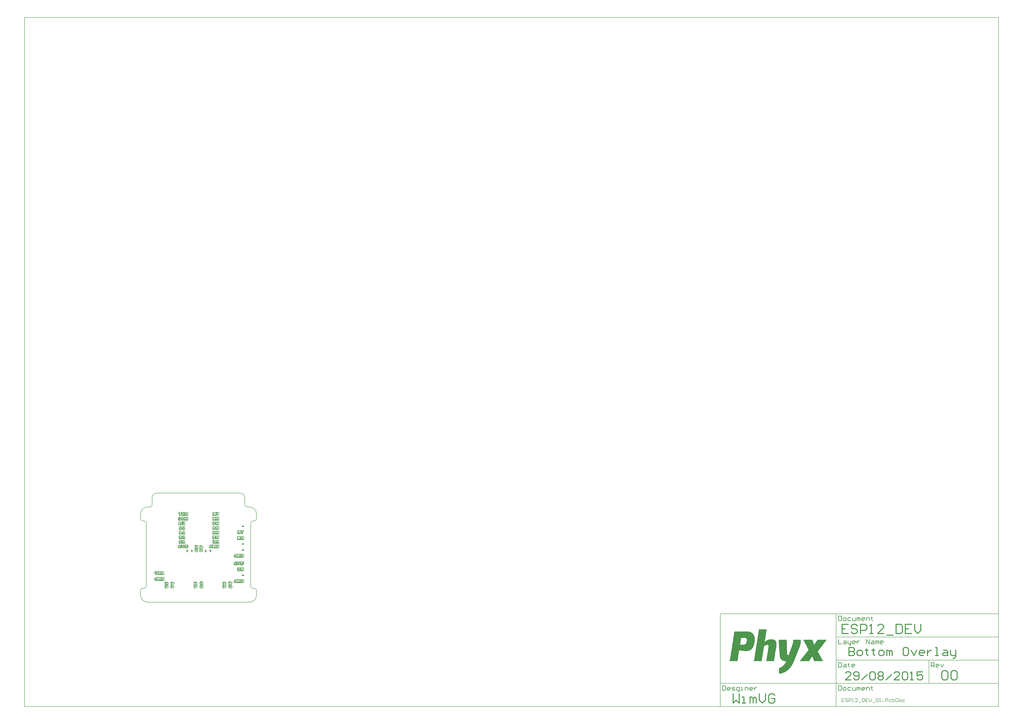
<source format=gbo>
G04 Layer_Color=32896*
%FSLAX25Y25*%
%MOIN*%
G70*
G01*
G75*
%ADD10C,0.00787*%
%ADD14C,0.01575*%
%ADD41C,0.00984*%
G36*
X111408Y88099D02*
X112032D01*
Y87475D01*
Y86872D01*
Y86248D01*
Y85625D01*
Y85009D01*
X110169D01*
Y85625D01*
X109546D01*
Y86248D01*
Y86872D01*
Y87475D01*
Y88099D01*
Y88722D01*
X111408D01*
Y88099D01*
D02*
G37*
G36*
X119409D02*
X120032D01*
Y87475D01*
Y86872D01*
Y86248D01*
Y85625D01*
Y85009D01*
X118169D01*
Y85625D01*
X117545D01*
Y86248D01*
Y86872D01*
Y87475D01*
Y88099D01*
Y88722D01*
X119409D01*
Y88099D01*
D02*
G37*
G36*
X87809D02*
X88432D01*
Y87475D01*
Y86872D01*
Y86248D01*
Y85625D01*
Y85009D01*
X86569D01*
Y85625D01*
X85945D01*
Y86248D01*
Y86872D01*
Y87475D01*
Y88099D01*
Y88722D01*
X87809D01*
Y88099D01*
D02*
G37*
G36*
X40131Y41751D02*
X40748D01*
Y41141D01*
Y40518D01*
Y39894D01*
Y39278D01*
Y38655D01*
Y38031D01*
Y37421D01*
X40131D01*
Y36811D01*
X39508D01*
Y36201D01*
X34562D01*
Y36811D01*
X34555D01*
Y36201D01*
X32082D01*
Y36811D01*
X31459D01*
Y36201D01*
X28986D01*
Y36811D01*
X28979D01*
Y36201D01*
X24643D01*
Y36811D01*
X24020D01*
Y37421D01*
X23410D01*
Y38031D01*
Y38655D01*
Y39278D01*
Y39894D01*
Y40518D01*
X24020D01*
Y41141D01*
X24643D01*
Y41751D01*
X25260D01*
Y42374D01*
X32082D01*
Y41751D01*
X32706D01*
Y42374D01*
X35172D01*
Y41751D01*
X35795D01*
Y42374D01*
X40131D01*
Y41751D01*
D02*
G37*
G36*
X39213Y51751D02*
X39836D01*
Y51141D01*
Y50518D01*
Y49894D01*
X39213D01*
Y49278D01*
Y48654D01*
X40453D01*
Y48031D01*
Y47421D01*
Y46811D01*
X39836D01*
Y46201D01*
X29307D01*
Y46811D01*
Y47421D01*
Y48031D01*
X29917D01*
Y48654D01*
X29301D01*
Y48031D01*
X28678D01*
Y47421D01*
X28054D01*
Y46811D01*
X27451D01*
Y46201D01*
X25581D01*
Y46811D01*
X24965D01*
Y47421D01*
X24341D01*
Y48031D01*
X23731D01*
Y48654D01*
Y49278D01*
Y49894D01*
Y50518D01*
Y51141D01*
Y51751D01*
X24341D01*
Y52374D01*
X26828D01*
Y51751D01*
X27451D01*
Y52374D01*
X29917D01*
Y51751D01*
X30541D01*
Y52374D01*
X34877D01*
Y51751D01*
X35493D01*
Y51141D01*
Y50518D01*
Y49894D01*
Y49278D01*
X34877D01*
Y48654D01*
X35493D01*
Y48031D01*
X35500D01*
Y48654D01*
X36117D01*
Y49278D01*
Y49894D01*
Y50518D01*
Y51141D01*
Y51751D01*
X36740D01*
Y52374D01*
X39213D01*
Y51751D01*
D02*
G37*
G36*
X80387Y144192D02*
X81004D01*
Y143582D01*
Y142958D01*
Y142335D01*
Y141719D01*
Y141095D01*
Y140472D01*
Y139862D01*
Y139252D01*
X80387D01*
Y138642D01*
X77914D01*
Y139252D01*
X77291D01*
Y138642D01*
X74818D01*
Y139252D01*
X74811D01*
Y138642D01*
X70475D01*
Y139252D01*
X69852D01*
Y139862D01*
X69235D01*
Y139252D01*
X68612D01*
Y138642D01*
X64276D01*
Y139252D01*
X63666D01*
Y139862D01*
Y140472D01*
Y141095D01*
X64276D01*
Y141719D01*
X63666D01*
Y142335D01*
Y142958D01*
Y143582D01*
X64276D01*
Y144192D01*
X64899D01*
Y144815D01*
X69235D01*
Y144192D01*
X69852D01*
Y143582D01*
X70475D01*
Y144192D01*
X71092D01*
Y144815D01*
X75428D01*
Y144192D01*
X76051D01*
Y144815D01*
X80387D01*
Y144192D01*
D02*
G37*
G36*
X81004Y152066D02*
Y151456D01*
Y150832D01*
Y150209D01*
Y149593D01*
Y148969D01*
Y148346D01*
Y147736D01*
Y147126D01*
X80387D01*
Y146516D01*
X77914D01*
Y147126D01*
X77291D01*
Y146516D01*
X74818D01*
Y147126D01*
Y147736D01*
X74811D01*
Y147126D01*
X74188D01*
Y146516D01*
X69852D01*
Y147126D01*
X69242D01*
Y147736D01*
Y148346D01*
Y148969D01*
Y149593D01*
Y150209D01*
Y150832D01*
X68612D01*
Y150209D01*
Y149593D01*
Y148969D01*
Y148346D01*
Y147736D01*
Y147126D01*
X67989D01*
Y146516D01*
X65516D01*
Y147126D01*
Y147736D01*
Y148346D01*
Y148969D01*
Y149593D01*
Y150209D01*
X64276D01*
Y150832D01*
Y151456D01*
Y152066D01*
X64899D01*
Y152689D01*
X69852D01*
Y152066D01*
X70475D01*
Y152689D01*
X74811D01*
Y152066D01*
X76051D01*
Y152689D01*
X81004D01*
Y152066D01*
D02*
G37*
G36*
X175689Y89343D02*
Y88727D01*
Y88103D01*
X175072D01*
Y87480D01*
X171976D01*
Y88103D01*
Y88727D01*
Y89343D01*
X172599D01*
Y89966D01*
X175689D01*
Y89343D01*
D02*
G37*
G36*
X132422Y104822D02*
X133045D01*
Y104212D01*
Y103588D01*
Y102965D01*
X132422D01*
Y102349D01*
Y101725D01*
X133661D01*
Y101102D01*
Y100492D01*
Y99882D01*
X133045D01*
Y99272D01*
X128085D01*
Y99882D01*
X127462D01*
Y99272D01*
X123126D01*
Y99882D01*
X122516D01*
Y100492D01*
Y101102D01*
Y101725D01*
Y102349D01*
Y102965D01*
Y103588D01*
Y104212D01*
Y104822D01*
Y105445D01*
X128702D01*
Y104822D01*
Y104212D01*
Y103588D01*
Y102965D01*
Y102349D01*
Y101725D01*
Y101102D01*
X128709D01*
Y101725D01*
X129325D01*
Y102349D01*
Y102965D01*
Y103588D01*
Y104212D01*
Y104822D01*
X129948D01*
Y105445D01*
X132422D01*
Y104822D01*
D02*
G37*
G36*
X175689Y46351D02*
Y45734D01*
Y45111D01*
X175072D01*
Y44488D01*
X171976D01*
Y45111D01*
Y45734D01*
Y46351D01*
X172599D01*
Y46974D01*
X175689D01*
Y46351D01*
D02*
G37*
G36*
Y99343D02*
Y98727D01*
Y98103D01*
X175072D01*
Y97480D01*
X171976D01*
Y98103D01*
Y98727D01*
Y99343D01*
X172599D01*
Y99966D01*
X175689D01*
Y99343D01*
D02*
G37*
G36*
X133045Y96948D02*
X133661D01*
Y96338D01*
Y95714D01*
Y95091D01*
Y94475D01*
Y93851D01*
Y93228D01*
Y92618D01*
X133045D01*
Y92008D01*
X132422D01*
Y91398D01*
X127475D01*
Y92008D01*
X127469D01*
Y91398D01*
X124996D01*
Y92008D01*
X124372D01*
Y91398D01*
X121899D01*
Y92008D01*
X121893D01*
Y91398D01*
X117557D01*
Y92008D01*
X116933D01*
Y92618D01*
X116323D01*
Y93228D01*
Y93851D01*
Y94475D01*
Y95091D01*
Y95714D01*
X116933D01*
Y96338D01*
X117557D01*
Y96948D01*
X118173D01*
Y97571D01*
X124996D01*
Y96948D01*
X125619D01*
Y97571D01*
X128085D01*
Y96948D01*
X128709D01*
Y97571D01*
X133045D01*
Y96948D01*
D02*
G37*
G36*
X80009Y88099D02*
X80632D01*
Y87475D01*
Y86872D01*
Y86248D01*
Y85625D01*
Y85009D01*
X78769D01*
Y85625D01*
X78145D01*
Y86248D01*
Y86872D01*
Y87475D01*
Y88099D01*
Y88722D01*
X80009D01*
Y88099D01*
D02*
G37*
G36*
X175689Y129343D02*
Y128727D01*
Y128103D01*
X175072D01*
Y127480D01*
X171976D01*
Y128103D01*
Y128727D01*
Y129343D01*
X172599D01*
Y129966D01*
X175689D01*
Y129343D01*
D02*
G37*
G36*
Y111200D02*
Y110590D01*
Y109966D01*
Y109343D01*
Y108727D01*
Y108103D01*
Y107480D01*
Y106870D01*
Y106260D01*
X175072D01*
Y105650D01*
X172599D01*
Y106260D01*
X171976D01*
Y105650D01*
X169503D01*
Y106260D01*
X169496D01*
Y105650D01*
X167023D01*
Y106260D01*
X166400D01*
Y105650D01*
X163927D01*
Y106260D01*
Y106870D01*
Y107480D01*
Y108103D01*
X164537D01*
Y108727D01*
X163927D01*
Y109343D01*
Y109966D01*
Y110590D01*
Y111200D01*
X164537D01*
Y111823D01*
X167023D01*
Y111200D01*
X167646D01*
Y111823D01*
X170113D01*
Y111200D01*
X170736D01*
Y111823D01*
X175689D01*
Y111200D01*
D02*
G37*
G36*
X74843Y104822D02*
X75466D01*
Y104212D01*
Y103588D01*
Y102965D01*
X74843D01*
Y102349D01*
Y101725D01*
X76083D01*
Y101102D01*
Y100492D01*
Y99882D01*
X75466D01*
Y99272D01*
X70507D01*
Y99882D01*
X69884D01*
Y99272D01*
X65547D01*
Y99882D01*
X64937D01*
Y100492D01*
Y101102D01*
Y101725D01*
Y102349D01*
Y102965D01*
Y103588D01*
Y104212D01*
X65547D01*
Y104822D01*
X66171D01*
Y105445D01*
X70507D01*
Y104822D01*
X71123D01*
Y104212D01*
Y103588D01*
Y102965D01*
X70507D01*
Y102349D01*
X71123D01*
Y101725D01*
Y101102D01*
X71130D01*
Y101725D01*
X71746D01*
Y102349D01*
Y102965D01*
Y103588D01*
Y104212D01*
Y104822D01*
X72370D01*
Y105445D01*
X74843D01*
Y104822D01*
D02*
G37*
G36*
X175072Y81200D02*
X175689D01*
Y80590D01*
Y79966D01*
Y79343D01*
Y78727D01*
Y78103D01*
Y77480D01*
Y76870D01*
X175072D01*
Y76260D01*
X174449D01*
Y75650D01*
X169503D01*
Y76260D01*
X169496D01*
Y75650D01*
X167023D01*
Y76260D01*
X166400D01*
Y75650D01*
X163927D01*
Y76260D01*
X163920D01*
Y75650D01*
X159584D01*
Y76260D01*
X158961D01*
Y76870D01*
X158351D01*
Y77480D01*
Y78103D01*
Y78727D01*
Y79343D01*
Y79966D01*
X158961D01*
Y80590D01*
X159584D01*
Y81200D01*
X160201D01*
Y81823D01*
X167023D01*
Y81200D01*
X167646D01*
Y81823D01*
X170113D01*
Y81200D01*
X170736D01*
Y81823D01*
X175072D01*
Y81200D01*
D02*
G37*
G36*
X80387Y96948D02*
X81004D01*
Y96338D01*
Y95714D01*
Y95091D01*
X80387D01*
Y94475D01*
X81004D01*
Y93851D01*
Y93228D01*
Y92618D01*
X80387D01*
Y92008D01*
X79764D01*
Y91398D01*
X75428D01*
Y92008D01*
X74818D01*
Y92618D01*
Y93228D01*
Y93851D01*
X74811D01*
Y93228D01*
X74188D01*
Y92618D01*
X73565D01*
Y92008D01*
X72961D01*
Y91398D01*
X71092D01*
Y92008D01*
X70475D01*
Y92618D01*
X69235D01*
Y92008D01*
X68612D01*
Y91398D01*
X64276D01*
Y92008D01*
X63666D01*
Y92618D01*
Y93228D01*
Y93851D01*
Y94475D01*
Y95091D01*
Y95714D01*
Y96338D01*
X64276D01*
Y96948D01*
X64899D01*
Y97571D01*
X69235D01*
Y96948D01*
X69852D01*
Y97571D01*
X72338D01*
Y96948D01*
X72961D01*
Y97571D01*
X75428D01*
Y96948D01*
X76051D01*
Y97571D01*
X80387D01*
Y96948D01*
D02*
G37*
G36*
X96855Y96161D02*
X97465D01*
Y95538D01*
X98088D01*
Y94921D01*
Y94298D01*
Y93674D01*
Y93051D01*
Y92448D01*
Y91825D01*
Y91201D01*
X97465D01*
Y90585D01*
Y89961D01*
X98088D01*
Y89345D01*
Y88722D01*
Y88099D01*
Y87475D01*
Y86872D01*
Y86248D01*
Y85625D01*
X97465D01*
Y85009D01*
X93135D01*
Y85625D01*
X92525D01*
Y86248D01*
X91915D01*
Y86872D01*
Y87475D01*
Y88099D01*
Y88722D01*
Y89345D01*
Y89961D01*
Y90585D01*
X92525D01*
Y91195D01*
X94992D01*
Y91201D01*
X94369D01*
Y91825D01*
X92525D01*
Y92448D01*
X91915D01*
Y93051D01*
Y93674D01*
Y94298D01*
Y94921D01*
Y95538D01*
X92525D01*
Y96161D01*
X93135D01*
Y96771D01*
X96855D01*
Y96161D01*
D02*
G37*
G36*
X175689Y121200D02*
Y120590D01*
Y119966D01*
X174449D01*
Y119343D01*
Y118727D01*
Y118103D01*
Y117480D01*
Y116870D01*
Y116260D01*
X173826D01*
Y115650D01*
X171353D01*
Y116260D01*
Y116870D01*
Y117480D01*
Y118103D01*
Y118727D01*
Y119343D01*
X170113D01*
Y118727D01*
X170730D01*
Y118103D01*
Y117480D01*
Y116870D01*
Y116260D01*
X170113D01*
Y115650D01*
X167640D01*
Y116260D01*
X167017D01*
Y115650D01*
X164543D01*
Y116260D01*
Y116870D01*
Y117480D01*
Y118103D01*
X165154D01*
Y118727D01*
X164543D01*
Y119343D01*
Y119966D01*
Y120590D01*
Y121200D01*
X165154D01*
Y121823D01*
X167640D01*
Y121200D01*
X168263D01*
Y121823D01*
X170730D01*
Y121200D01*
X170736D01*
Y121823D01*
X175689D01*
Y121200D01*
D02*
G37*
G36*
X104855Y95544D02*
X105465D01*
Y94921D01*
X106088D01*
Y94304D01*
Y93681D01*
Y93058D01*
Y92435D01*
Y91831D01*
Y91208D01*
Y90585D01*
X105465D01*
Y89968D01*
X101745D01*
Y89961D01*
X102369D01*
Y89345D01*
X105465D01*
Y88722D01*
X106088D01*
Y88099D01*
Y87475D01*
Y86872D01*
Y86248D01*
X105465D01*
Y85625D01*
X103609D01*
Y86248D01*
X102369D01*
Y85625D01*
Y85009D01*
X100525D01*
Y85625D01*
X99915D01*
Y86248D01*
Y86872D01*
Y87475D01*
Y88099D01*
Y88722D01*
Y89345D01*
Y89961D01*
Y90585D01*
X100525D01*
Y91208D01*
X99915D01*
Y91831D01*
Y92435D01*
Y93058D01*
Y93681D01*
Y94304D01*
Y94921D01*
Y95544D01*
X100525D01*
Y96154D01*
X104855D01*
Y95544D01*
D02*
G37*
G36*
X175072Y58208D02*
X175689D01*
Y57598D01*
Y56974D01*
Y56351D01*
Y55734D01*
Y55111D01*
Y54488D01*
Y53878D01*
X175072D01*
Y53268D01*
X174449D01*
Y52658D01*
X170113D01*
Y53268D01*
X169503D01*
Y53878D01*
X169496D01*
Y53268D01*
X168873D01*
Y52658D01*
X164537D01*
Y53268D01*
X163927D01*
Y53878D01*
Y54488D01*
Y55111D01*
Y55734D01*
Y56351D01*
Y56974D01*
Y57598D01*
Y58208D01*
Y58831D01*
X170113D01*
Y58208D01*
X170736D01*
Y58831D01*
X175072D01*
Y58208D01*
D02*
G37*
G36*
X76083Y136318D02*
Y135708D01*
Y135084D01*
Y134461D01*
Y133845D01*
Y133221D01*
Y132598D01*
Y131988D01*
Y131378D01*
X75466D01*
Y130768D01*
X69897D01*
Y131378D01*
X69890D01*
Y130768D01*
X67417D01*
Y131378D01*
X66794D01*
Y130768D01*
X64321D01*
Y131378D01*
Y131988D01*
Y132598D01*
Y133221D01*
Y133845D01*
Y134461D01*
Y135084D01*
Y135708D01*
Y136318D01*
X64931D01*
Y136941D01*
X67417D01*
Y136318D01*
X68040D01*
Y136941D01*
X76083D01*
Y136318D01*
D02*
G37*
G36*
X175072Y38208D02*
X175689D01*
Y37598D01*
Y36974D01*
Y36351D01*
Y35734D01*
Y35111D01*
Y34488D01*
Y33878D01*
X175072D01*
Y33268D01*
X174449D01*
Y32658D01*
X169503D01*
Y33268D01*
X169496D01*
Y32658D01*
X167023D01*
Y33268D01*
X166400D01*
Y32658D01*
X163927D01*
Y33268D01*
X163920D01*
Y32658D01*
X159584D01*
Y33268D01*
X158961D01*
Y33878D01*
X158351D01*
Y34488D01*
Y35111D01*
Y35734D01*
Y36351D01*
Y36974D01*
X158961D01*
Y37598D01*
X159584D01*
Y38208D01*
X160201D01*
Y38831D01*
X167023D01*
Y38208D01*
X167646D01*
Y38831D01*
X170113D01*
Y38208D01*
X170736D01*
Y38831D01*
X175072D01*
Y38208D01*
D02*
G37*
G36*
X74843Y128444D02*
X75466D01*
Y127834D01*
Y127210D01*
Y126587D01*
X74843D01*
Y125971D01*
Y125347D01*
X76083D01*
Y124724D01*
Y124114D01*
Y123504D01*
X75466D01*
Y122894D01*
X70507D01*
Y123504D01*
X69884D01*
Y122894D01*
X65547D01*
Y123504D01*
X64937D01*
Y124114D01*
Y124724D01*
Y125347D01*
Y125971D01*
X65547D01*
Y126587D01*
X66171D01*
Y127210D01*
Y127834D01*
Y128444D01*
X66787D01*
Y129067D01*
X69884D01*
Y128444D01*
X70507D01*
Y127834D01*
X71123D01*
Y127210D01*
Y126587D01*
Y125971D01*
Y125347D01*
Y124724D01*
X71130D01*
Y125347D01*
X71746D01*
Y125971D01*
Y126587D01*
Y127210D01*
Y127834D01*
Y128444D01*
X72370D01*
Y129067D01*
X74843D01*
Y128444D01*
D02*
G37*
G36*
Y112696D02*
X75466D01*
Y112086D01*
Y111462D01*
Y110839D01*
X74843D01*
Y110223D01*
Y109599D01*
X76083D01*
Y108976D01*
Y108366D01*
Y107756D01*
X75466D01*
Y107146D01*
X64937D01*
Y107756D01*
Y108366D01*
Y108976D01*
X65547D01*
Y109599D01*
X64937D01*
Y110223D01*
Y110839D01*
Y111462D01*
Y112086D01*
X65547D01*
Y112696D01*
X66171D01*
Y113319D01*
X70507D01*
Y112696D01*
X71123D01*
Y112086D01*
Y111462D01*
Y110839D01*
Y110223D01*
X70507D01*
Y109599D01*
X71123D01*
Y108976D01*
X71130D01*
Y109599D01*
X71746D01*
Y110223D01*
Y110839D01*
Y111462D01*
Y112086D01*
Y112696D01*
X72370D01*
Y113319D01*
X74843D01*
Y112696D01*
D02*
G37*
G36*
X175072Y68208D02*
X175689D01*
Y67598D01*
Y66974D01*
Y66351D01*
X175072D01*
Y65734D01*
X175689D01*
Y65111D01*
Y64488D01*
Y63878D01*
X175072D01*
Y63268D01*
X174449D01*
Y62658D01*
X170113D01*
Y63268D01*
X169503D01*
Y63878D01*
Y64488D01*
Y65111D01*
X169496D01*
Y64488D01*
X168873D01*
Y63878D01*
X168250D01*
Y63268D01*
X167646D01*
Y62658D01*
X165777D01*
Y63268D01*
X165160D01*
Y63878D01*
X163920D01*
Y63268D01*
X163297D01*
Y62658D01*
X158961D01*
Y63268D01*
X158351D01*
Y63878D01*
Y64488D01*
Y65111D01*
Y65734D01*
Y66351D01*
Y66974D01*
Y67598D01*
X158961D01*
Y68208D01*
X159584D01*
Y68831D01*
X163920D01*
Y68208D01*
X164537D01*
Y68831D01*
X167023D01*
Y68208D01*
X167646D01*
Y68831D01*
X170113D01*
Y68208D01*
X170736D01*
Y68831D01*
X175072D01*
Y68208D01*
D02*
G37*
G36*
X74843Y120570D02*
X75466D01*
Y119960D01*
Y119336D01*
Y118713D01*
X74843D01*
Y118097D01*
Y117473D01*
X76083D01*
Y116850D01*
Y116240D01*
Y115630D01*
X75466D01*
Y115020D01*
X70507D01*
Y115630D01*
X68034D01*
Y115020D01*
X65547D01*
Y115630D01*
X64937D01*
Y116240D01*
Y116850D01*
Y117473D01*
X65547D01*
Y118097D01*
Y118713D01*
Y119336D01*
Y119960D01*
Y120570D01*
X66171D01*
Y121193D01*
X68657D01*
Y120570D01*
X69260D01*
Y119960D01*
X69884D01*
Y119336D01*
X70507D01*
Y118713D01*
X71123D01*
Y118097D01*
Y117473D01*
Y116850D01*
X71130D01*
Y117473D01*
X71746D01*
Y118097D01*
Y118713D01*
Y119336D01*
Y119960D01*
Y120570D01*
X72370D01*
Y121193D01*
X74843D01*
Y120570D01*
D02*
G37*
G36*
X95275Y33862D02*
X95885D01*
Y33239D01*
X96508D01*
Y32622D01*
Y31999D01*
Y31376D01*
Y30753D01*
Y30149D01*
Y29526D01*
Y28903D01*
X95885D01*
Y28286D01*
X93412D01*
Y28903D01*
X92788D01*
Y28286D01*
X92165D01*
Y28280D01*
X92788D01*
Y27663D01*
X95885D01*
Y27040D01*
X96508D01*
Y26417D01*
Y25793D01*
Y25190D01*
Y24567D01*
X95885D01*
Y23943D01*
X94028D01*
Y24567D01*
X92788D01*
Y23943D01*
Y23327D01*
X90945D01*
Y23943D01*
X90335D01*
Y24567D01*
Y25190D01*
Y25793D01*
Y26417D01*
Y27040D01*
Y27663D01*
Y28280D01*
Y28903D01*
Y29526D01*
Y30149D01*
Y30753D01*
Y31376D01*
Y31999D01*
Y32622D01*
Y33239D01*
Y33862D01*
Y34472D01*
X92165D01*
Y33862D01*
X92788D01*
Y34472D01*
X95275D01*
Y33862D01*
D02*
G37*
G36*
X105275Y34479D02*
X105885D01*
Y33856D01*
X106508D01*
Y33239D01*
Y32616D01*
Y31993D01*
Y31369D01*
Y30766D01*
Y30143D01*
Y29519D01*
X105885D01*
Y28903D01*
Y28280D01*
X106508D01*
Y27663D01*
Y27040D01*
Y26417D01*
Y25793D01*
Y25190D01*
Y24567D01*
Y23943D01*
X105885D01*
Y23327D01*
X101555D01*
Y23943D01*
X100945D01*
Y24567D01*
X100335D01*
Y25190D01*
Y25793D01*
Y26417D01*
Y27040D01*
Y27663D01*
Y28280D01*
Y28903D01*
X100945D01*
Y29513D01*
X103412D01*
Y29519D01*
X102788D01*
Y30143D01*
X100945D01*
Y30766D01*
X100335D01*
Y31369D01*
Y31993D01*
Y32616D01*
Y33239D01*
Y33856D01*
X100945D01*
Y34479D01*
X101555D01*
Y35089D01*
X105275D01*
Y34479D01*
D02*
G37*
G36*
X133045Y128444D02*
X133661D01*
Y127834D01*
Y127210D01*
Y126587D01*
Y125971D01*
Y125347D01*
Y124724D01*
Y124114D01*
X133045D01*
Y123504D01*
X132422D01*
Y122894D01*
X128085D01*
Y123504D01*
X127475D01*
Y124114D01*
X127469D01*
Y123504D01*
X124996D01*
Y122894D01*
X122509D01*
Y123504D01*
X121899D01*
Y124114D01*
Y124724D01*
Y125347D01*
X122509D01*
Y125971D01*
Y126587D01*
Y127210D01*
Y127834D01*
Y128444D01*
X123133D01*
Y129067D01*
X125619D01*
Y128444D01*
X126222D01*
Y127834D01*
X126846D01*
Y127210D01*
X127469D01*
Y126587D01*
X127475D01*
Y127210D01*
Y127834D01*
X128085D01*
Y128444D01*
X128709D01*
Y129067D01*
X133045D01*
Y128444D01*
D02*
G37*
G36*
X144487Y33862D02*
X145097D01*
Y33239D01*
X145721D01*
Y32622D01*
Y31999D01*
Y31376D01*
Y30753D01*
Y30149D01*
Y29526D01*
Y28903D01*
X145097D01*
Y28286D01*
X141378D01*
Y28280D01*
X142001D01*
Y27663D01*
X145097D01*
Y27040D01*
X145721D01*
Y26417D01*
Y25793D01*
Y25190D01*
Y24567D01*
X145097D01*
Y23943D01*
X143241D01*
Y24567D01*
X142001D01*
Y23943D01*
Y23327D01*
X140158D01*
Y23943D01*
X139548D01*
Y24567D01*
Y25190D01*
Y25793D01*
Y26417D01*
Y27040D01*
Y27663D01*
Y28280D01*
Y28903D01*
X140158D01*
Y29526D01*
X139548D01*
Y30149D01*
Y30753D01*
Y31376D01*
Y31999D01*
Y32622D01*
Y33239D01*
Y33862D01*
X140158D01*
Y34472D01*
X144487D01*
Y33862D01*
D02*
G37*
G36*
X133045Y120570D02*
X133661D01*
Y119960D01*
Y119336D01*
Y118713D01*
Y118097D01*
Y117473D01*
Y116850D01*
Y116240D01*
X133045D01*
Y115630D01*
X132422D01*
Y115020D01*
X128085D01*
Y115630D01*
X127475D01*
Y116240D01*
X127469D01*
Y115630D01*
X126846D01*
Y115020D01*
X122509D01*
Y115630D01*
X121899D01*
Y116240D01*
Y116850D01*
Y117473D01*
Y118097D01*
Y118713D01*
Y119336D01*
Y119960D01*
X122509D01*
Y120570D01*
X123133D01*
Y121193D01*
X127469D01*
Y120570D01*
X128709D01*
Y121193D01*
X133045D01*
Y120570D01*
D02*
G37*
G36*
X53576Y33862D02*
X56672D01*
Y33239D01*
X57295D01*
Y32622D01*
Y31999D01*
Y31376D01*
Y30753D01*
X56672D01*
Y30149D01*
X56062D01*
Y29526D01*
X55439D01*
Y28903D01*
X54816D01*
Y28286D01*
X52953D01*
Y28280D01*
X53576D01*
Y27663D01*
X56672D01*
Y27040D01*
X57295D01*
Y26417D01*
Y25793D01*
Y25190D01*
Y24567D01*
X56672D01*
Y23943D01*
X54816D01*
Y24567D01*
X53576D01*
Y23943D01*
Y23327D01*
X51732D01*
Y23943D01*
X51122D01*
Y24567D01*
Y25190D01*
Y25793D01*
Y26417D01*
Y27040D01*
Y27663D01*
Y28280D01*
Y28903D01*
X51732D01*
Y29526D01*
Y30149D01*
Y30753D01*
Y31376D01*
X51122D01*
Y31999D01*
Y32622D01*
Y33239D01*
Y33862D01*
X51732D01*
Y34472D01*
X53576D01*
Y33862D01*
D02*
G37*
G36*
X133661Y152066D02*
Y151456D01*
Y150832D01*
X132422D01*
Y150209D01*
Y149593D01*
Y148969D01*
Y148346D01*
Y147736D01*
Y147126D01*
X131798D01*
Y146516D01*
X129325D01*
Y147126D01*
Y147736D01*
Y148346D01*
Y148969D01*
Y149593D01*
Y150209D01*
X128085D01*
Y149593D01*
X128702D01*
Y148969D01*
Y148346D01*
Y147736D01*
Y147126D01*
X128085D01*
Y146516D01*
X125612D01*
Y147126D01*
X124989D01*
Y146516D01*
X122516D01*
Y147126D01*
Y147736D01*
Y148346D01*
Y148969D01*
X123126D01*
Y149593D01*
X122516D01*
Y150209D01*
Y150832D01*
Y151456D01*
Y152066D01*
X123126D01*
Y152689D01*
X125612D01*
Y152066D01*
X126235D01*
Y152689D01*
X128702D01*
Y152066D01*
X128709D01*
Y152689D01*
X133661D01*
Y152066D01*
D02*
G37*
G36*
X46062Y33862D02*
X46672D01*
Y33239D01*
X47295D01*
Y32622D01*
Y31999D01*
Y31376D01*
Y30753D01*
Y30149D01*
Y29526D01*
Y28903D01*
X46672D01*
Y28286D01*
X44816D01*
Y28903D01*
X44199D01*
Y28286D01*
X42953D01*
Y28280D01*
X43576D01*
Y27663D01*
X46672D01*
Y27040D01*
X47295D01*
Y26417D01*
Y25793D01*
Y25190D01*
Y24567D01*
X46672D01*
Y23943D01*
X44816D01*
Y24567D01*
X43576D01*
Y23943D01*
Y23327D01*
X41732D01*
Y23943D01*
X41122D01*
Y24567D01*
Y25190D01*
Y25793D01*
Y26417D01*
Y27040D01*
Y27663D01*
Y28280D01*
Y28903D01*
X41732D01*
Y29526D01*
X41122D01*
Y30149D01*
Y30753D01*
Y31376D01*
Y31999D01*
Y32622D01*
Y33239D01*
Y33862D01*
X41732D01*
Y34472D01*
X46062D01*
Y33862D01*
D02*
G37*
G36*
X133045Y136318D02*
X133661D01*
Y135708D01*
Y135084D01*
Y134461D01*
Y133845D01*
Y133221D01*
Y132598D01*
Y131988D01*
X133045D01*
Y131378D01*
X132422D01*
Y130768D01*
X128085D01*
Y131378D01*
X127475D01*
Y131988D01*
X127469D01*
Y131378D01*
X126846D01*
Y130768D01*
X122509D01*
Y131378D01*
X121899D01*
Y131988D01*
Y132598D01*
Y133221D01*
Y133845D01*
Y134461D01*
Y135084D01*
Y135708D01*
Y136318D01*
Y136941D01*
X128085D01*
Y136318D01*
X128709D01*
Y136941D01*
X133045D01*
Y136318D01*
D02*
G37*
G36*
X133661Y144192D02*
Y143582D01*
Y142958D01*
Y142335D01*
Y141719D01*
Y141095D01*
Y140472D01*
Y139862D01*
Y139252D01*
X133045D01*
Y138642D01*
X130572D01*
Y139252D01*
X129948D01*
Y138642D01*
X127475D01*
Y139252D01*
X127469D01*
Y138642D01*
X124996D01*
Y139252D01*
X124372D01*
Y138642D01*
X121899D01*
Y139252D01*
Y139862D01*
Y140472D01*
Y141095D01*
X122509D01*
Y141719D01*
X121899D01*
Y142335D01*
Y142958D01*
Y143582D01*
Y144192D01*
X122509D01*
Y144815D01*
X124996D01*
Y144192D01*
X125619D01*
Y144815D01*
X128085D01*
Y144192D01*
X128709D01*
Y144815D01*
X133661D01*
Y144192D01*
D02*
G37*
G36*
X133045Y112696D02*
X133661D01*
Y112086D01*
Y111462D01*
Y110839D01*
Y110223D01*
Y109599D01*
Y108976D01*
Y108366D01*
X133045D01*
Y107756D01*
X132422D01*
Y107146D01*
X128085D01*
Y107756D01*
X127469D01*
Y107146D01*
X121899D01*
Y107756D01*
Y108366D01*
Y108976D01*
X122509D01*
Y109599D01*
X121899D01*
Y110223D01*
Y110839D01*
Y111462D01*
Y112086D01*
X122509D01*
Y112696D01*
X123133D01*
Y113319D01*
X127469D01*
Y112696D01*
X128709D01*
Y113319D01*
X133045D01*
Y112696D01*
D02*
G37*
G36*
X152001Y34479D02*
X155097D01*
Y33856D01*
X155720D01*
Y33239D01*
Y32616D01*
Y31993D01*
Y31369D01*
X155097D01*
Y30766D01*
X154487D01*
Y30143D01*
X153864D01*
Y29519D01*
X153241D01*
Y29513D01*
X154487D01*
Y28903D01*
X155097D01*
Y28280D01*
X155720D01*
Y27663D01*
Y27040D01*
Y26417D01*
Y25793D01*
Y25190D01*
Y24567D01*
Y23943D01*
X155097D01*
Y23327D01*
X150768D01*
Y23943D01*
X150158D01*
Y24567D01*
X149548D01*
Y25190D01*
Y25793D01*
Y26417D01*
Y27040D01*
Y27663D01*
Y28280D01*
Y28903D01*
X150158D01*
Y29513D01*
X150768D01*
Y29519D01*
X150158D01*
Y30143D01*
Y30766D01*
Y31369D01*
Y31993D01*
X149548D01*
Y32616D01*
Y33239D01*
Y33856D01*
Y34479D01*
X150158D01*
Y35089D01*
X152001D01*
Y34479D01*
D02*
G37*
%LPC*%
G36*
X74220Y104822D02*
X72993D01*
Y104212D01*
Y103588D01*
Y102965D01*
Y102349D01*
Y101725D01*
Y101102D01*
X71746D01*
Y100492D01*
X75466D01*
Y101102D01*
X74220D01*
Y101725D01*
Y102349D01*
Y102965D01*
Y103588D01*
X74843D01*
Y104212D01*
X74220D01*
Y104822D01*
D02*
G37*
G36*
X69884D02*
X66787D01*
Y104212D01*
X66171D01*
Y103588D01*
Y102965D01*
X66787D01*
Y102349D01*
X66171D01*
Y101725D01*
Y101102D01*
X66787D01*
Y100492D01*
X69884D01*
Y101102D01*
X70507D01*
Y101725D01*
X69260D01*
Y101102D01*
X67410D01*
Y101725D01*
Y102349D01*
X68657D01*
Y102965D01*
X67410D01*
Y103588D01*
Y104212D01*
X69260D01*
Y103588D01*
X70507D01*
Y104212D01*
X69884D01*
Y104822D01*
D02*
G37*
G36*
X128085Y104822D02*
X123749D01*
Y104212D01*
X126839D01*
Y103588D01*
X124366D01*
Y102965D01*
X123749D01*
Y102349D01*
Y101725D01*
Y101102D01*
X124366D01*
Y100492D01*
X127462D01*
Y101102D01*
X128085D01*
Y101725D01*
X126839D01*
Y101102D01*
X124989D01*
Y101725D01*
Y102349D01*
Y102965D01*
X128085D01*
Y103588D01*
Y104212D01*
Y104822D01*
D02*
G37*
G36*
X127475Y142335D02*
X127469D01*
Y141719D01*
X127475D01*
Y142335D01*
D02*
G37*
G36*
X121893Y96948D02*
X118797D01*
Y96338D01*
X118173D01*
Y95714D01*
X117557D01*
Y95091D01*
Y94475D01*
Y93851D01*
X118173D01*
Y93228D01*
X118797D01*
Y92618D01*
X121893D01*
Y93228D01*
Y93851D01*
Y94475D01*
Y95091D01*
Y95714D01*
Y96338D01*
Y96948D01*
D02*
G37*
G36*
X127469Y136318D02*
X123133D01*
Y135708D01*
X126222D01*
Y135084D01*
X123749D01*
Y134461D01*
X123133D01*
Y133845D01*
Y133221D01*
Y132598D01*
X123749D01*
Y131988D01*
X126846D01*
Y132598D01*
X127469D01*
Y133221D01*
X126222D01*
Y132598D01*
X124372D01*
Y133221D01*
Y133845D01*
Y134461D01*
X127469D01*
Y135084D01*
Y135708D01*
Y136318D01*
D02*
G37*
G36*
X74220Y112696D02*
X72993D01*
Y112086D01*
Y111462D01*
Y110839D01*
Y110223D01*
Y109599D01*
Y108976D01*
X71746D01*
Y108366D01*
X75466D01*
Y108976D01*
X74220D01*
Y109599D01*
Y110223D01*
Y110839D01*
Y111462D01*
X74843D01*
Y112086D01*
X74220D01*
Y112696D01*
D02*
G37*
G36*
X69884D02*
X66787D01*
Y112086D01*
X66171D01*
Y111462D01*
Y110839D01*
X66787D01*
Y110223D01*
X67410D01*
Y109599D01*
X68034D01*
Y108976D01*
X66171D01*
Y108366D01*
X70507D01*
Y108976D01*
X69884D01*
Y109599D01*
X69260D01*
Y110223D01*
X68657D01*
Y110839D01*
X68034D01*
Y111462D01*
X67410D01*
Y112086D01*
X69260D01*
Y111462D01*
Y110839D01*
X70507D01*
Y111462D01*
Y112086D01*
X69884D01*
Y112696D01*
D02*
G37*
G36*
X127469Y144192D02*
X126222D01*
Y143582D01*
X125619D01*
Y142958D01*
X124996D01*
Y143582D01*
X124372D01*
Y144192D01*
X123133D01*
Y143582D01*
Y142958D01*
X123749D01*
Y142335D01*
X124372D01*
Y141719D01*
X123749D01*
Y141095D01*
X123133D01*
Y140472D01*
Y139862D01*
X124372D01*
Y140472D01*
X124996D01*
Y141095D01*
X125619D01*
Y140472D01*
X126222D01*
Y139862D01*
X127469D01*
Y140472D01*
Y141095D01*
X126846D01*
Y141719D01*
X126222D01*
Y142335D01*
X126846D01*
Y142958D01*
X127469D01*
Y143582D01*
Y144192D01*
D02*
G37*
G36*
X74811Y96948D02*
X73565D01*
Y96338D01*
Y95714D01*
Y95091D01*
Y94475D01*
X72961D01*
Y93851D01*
X72338D01*
Y94475D01*
X71715D01*
Y95091D01*
Y95714D01*
Y96338D01*
Y96948D01*
X70475D01*
Y96338D01*
Y95714D01*
Y95091D01*
Y94475D01*
X71092D01*
Y93851D01*
X71715D01*
Y93228D01*
X72338D01*
Y92618D01*
X72961D01*
Y93228D01*
X73565D01*
Y93851D01*
X74188D01*
Y94475D01*
X74811D01*
Y95091D01*
Y95714D01*
Y96338D01*
Y96948D01*
D02*
G37*
G36*
X101745Y89345D02*
X101135D01*
Y88722D01*
Y88099D01*
Y87475D01*
Y86872D01*
Y86248D01*
Y85625D01*
X101745D01*
Y86248D01*
Y86872D01*
X104232D01*
Y86248D01*
X104855D01*
Y86872D01*
X105465D01*
Y87475D01*
Y88099D01*
X101745D01*
Y88722D01*
Y89345D01*
D02*
G37*
G36*
X128085Y152066D02*
X126839D01*
Y151456D01*
X126235D01*
Y150832D01*
X125612D01*
Y151456D01*
X124989D01*
Y152066D01*
X123749D01*
Y151456D01*
Y150832D01*
X124366D01*
Y150209D01*
X124989D01*
Y149593D01*
X124366D01*
Y148969D01*
X123749D01*
Y148346D01*
Y147736D01*
X124989D01*
Y148346D01*
X125612D01*
Y148969D01*
X126235D01*
Y148346D01*
X126839D01*
Y147736D01*
X128085D01*
Y148346D01*
Y148969D01*
X127462D01*
Y149593D01*
X126839D01*
Y150209D01*
X127462D01*
Y150832D01*
X128085D01*
Y151456D01*
Y152066D01*
D02*
G37*
G36*
X104855Y94921D02*
X101745D01*
Y94304D01*
X101135D01*
Y93681D01*
Y93058D01*
Y92435D01*
Y91831D01*
Y91208D01*
X101745D01*
Y90585D01*
X104855D01*
Y91208D01*
X105465D01*
Y91831D01*
Y92435D01*
Y93058D01*
Y93681D01*
Y94304D01*
X104855D01*
Y94921D01*
D02*
G37*
G36*
X96855Y89961D02*
X93745D01*
Y89345D01*
X93135D01*
Y88722D01*
Y88099D01*
Y87475D01*
Y86872D01*
Y86248D01*
X93745D01*
Y85625D01*
X96855D01*
Y86248D01*
X97465D01*
Y86872D01*
Y87475D01*
Y88099D01*
Y88722D01*
Y89345D01*
X96855D01*
Y89961D01*
D02*
G37*
G36*
X133045Y152066D02*
X129325D01*
Y151456D01*
X130572D01*
Y150832D01*
Y150209D01*
Y149593D01*
Y148969D01*
Y148346D01*
Y147736D01*
X131798D01*
Y148346D01*
Y148969D01*
Y149593D01*
Y150209D01*
Y150832D01*
Y151456D01*
X133045D01*
Y152066D01*
D02*
G37*
G36*
Y144192D02*
X129325D01*
Y143582D01*
X128709D01*
Y142958D01*
Y142335D01*
X129325D01*
Y141719D01*
X128709D01*
Y141095D01*
Y140472D01*
Y139862D01*
X129948D01*
Y140472D01*
Y141095D01*
Y141719D01*
X131798D01*
Y141095D01*
Y140472D01*
Y139862D01*
X133045D01*
Y140472D01*
Y141095D01*
Y141719D01*
Y142335D01*
Y142958D01*
Y143582D01*
Y144192D01*
D02*
G37*
G36*
X69242Y95091D02*
X69235D01*
Y94475D01*
X69242D01*
Y95091D01*
D02*
G37*
G36*
X68612Y96948D02*
X65516D01*
Y96338D01*
X64899D01*
Y95714D01*
Y95091D01*
X65516D01*
Y94475D01*
X64899D01*
Y93851D01*
Y93228D01*
X65516D01*
Y92618D01*
X68612D01*
Y93228D01*
X69235D01*
Y93851D01*
X67989D01*
Y93228D01*
X66139D01*
Y93851D01*
Y94475D01*
X67385D01*
Y95091D01*
X66139D01*
Y95714D01*
Y96338D01*
X67989D01*
Y95714D01*
X69235D01*
Y96338D01*
X68612D01*
Y96948D01*
D02*
G37*
G36*
X131798Y104822D02*
X130572D01*
Y104212D01*
Y103588D01*
Y102965D01*
Y102349D01*
Y101725D01*
Y101102D01*
X129325D01*
Y100492D01*
X133045D01*
Y101102D01*
X131798D01*
Y101725D01*
Y102349D01*
Y102965D01*
Y103588D01*
X132422D01*
Y104212D01*
X131798D01*
Y104822D01*
D02*
G37*
G36*
X79764Y96948D02*
X76668D01*
Y96338D01*
X76051D01*
Y95714D01*
Y95091D01*
X76668D01*
Y94475D01*
X76051D01*
Y93851D01*
Y93228D01*
X76668D01*
Y92618D01*
X79764D01*
Y93228D01*
X80387D01*
Y93851D01*
X79141D01*
Y93228D01*
X77291D01*
Y93851D01*
Y94475D01*
X78537D01*
Y95091D01*
X77291D01*
Y95714D01*
Y96338D01*
X79141D01*
Y95714D01*
X80387D01*
Y96338D01*
X79764D01*
Y96948D01*
D02*
G37*
G36*
X74220Y120570D02*
X72993D01*
Y119960D01*
Y119336D01*
Y118713D01*
Y118097D01*
Y117473D01*
Y116850D01*
X71746D01*
Y116240D01*
X75466D01*
Y116850D01*
X74220D01*
Y117473D01*
Y118097D01*
Y118713D01*
Y119336D01*
X74843D01*
Y119960D01*
X74220D01*
Y120570D01*
D02*
G37*
G36*
X80387Y152066D02*
X76668D01*
Y151456D01*
X76051D01*
Y150832D01*
Y150209D01*
X76668D01*
Y149593D01*
X76051D01*
Y148969D01*
Y148346D01*
Y147736D01*
X77291D01*
Y148346D01*
Y148969D01*
Y149593D01*
X79141D01*
Y148969D01*
Y148346D01*
Y147736D01*
X80387D01*
Y148346D01*
Y148969D01*
Y149593D01*
Y150209D01*
Y150832D01*
Y151456D01*
Y152066D01*
D02*
G37*
G36*
X126846Y120570D02*
X123749D01*
Y119960D01*
X123133D01*
Y119336D01*
Y118713D01*
Y118097D01*
Y117473D01*
Y116850D01*
X123749D01*
Y116240D01*
X126846D01*
Y116850D01*
X127469D01*
Y117473D01*
Y118097D01*
Y118713D01*
Y119336D01*
Y119960D01*
X126846D01*
Y120570D01*
D02*
G37*
G36*
X127469Y96948D02*
X126222D01*
Y96338D01*
X125619D01*
Y95714D01*
X124996D01*
Y95091D01*
X124372D01*
Y95714D01*
Y96338D01*
Y96948D01*
X123133D01*
Y96338D01*
Y95714D01*
Y95091D01*
Y94475D01*
Y93851D01*
Y93228D01*
Y92618D01*
X124372D01*
Y93228D01*
Y93851D01*
X124996D01*
Y94475D01*
X125619D01*
Y95091D01*
X126222D01*
Y94475D01*
Y93851D01*
Y93228D01*
Y92618D01*
X127469D01*
Y93228D01*
Y93851D01*
Y94475D01*
Y95091D01*
Y95714D01*
Y96338D01*
Y96948D01*
D02*
G37*
G36*
X79764Y144192D02*
X76668D01*
Y143582D01*
X76051D01*
Y142958D01*
Y142335D01*
Y141719D01*
Y141095D01*
Y140472D01*
Y139862D01*
X77291D01*
Y140472D01*
Y141095D01*
X79141D01*
Y140472D01*
Y139862D01*
X80387D01*
Y140472D01*
Y141095D01*
Y141719D01*
Y142335D01*
Y142958D01*
Y143582D01*
X79764D01*
Y144192D01*
D02*
G37*
G36*
X74811D02*
X71715D01*
Y143582D01*
X71092D01*
Y142958D01*
X70475D01*
Y142335D01*
Y141719D01*
Y141095D01*
X71092D01*
Y140472D01*
X71715D01*
Y139862D01*
X74811D01*
Y140472D01*
Y141095D01*
Y141719D01*
Y142335D01*
Y142958D01*
Y143582D01*
Y144192D01*
D02*
G37*
G36*
X69235Y152066D02*
X65516D01*
Y151456D01*
X66762D01*
Y150832D01*
Y150209D01*
Y149593D01*
Y148969D01*
Y148346D01*
Y147736D01*
X67989D01*
Y148346D01*
Y148969D01*
Y149593D01*
Y150209D01*
Y150832D01*
Y151456D01*
X69235D01*
Y152066D01*
D02*
G37*
G36*
X132422Y112696D02*
X129325D01*
Y112086D01*
X128709D01*
Y111462D01*
Y110839D01*
Y110223D01*
Y109599D01*
Y108976D01*
X129325D01*
Y108366D01*
X132422D01*
Y108976D01*
X133045D01*
Y109599D01*
Y110223D01*
Y110839D01*
Y111462D01*
Y112086D01*
X132422D01*
Y112696D01*
D02*
G37*
G36*
X127475Y110223D02*
X127469D01*
Y109599D01*
X127475D01*
Y110223D01*
D02*
G37*
G36*
X132422Y120570D02*
X129325D01*
Y119960D01*
X128709D01*
Y119336D01*
Y118713D01*
Y118097D01*
Y117473D01*
Y116850D01*
X129325D01*
Y116240D01*
X132422D01*
Y116850D01*
X133045D01*
Y117473D01*
Y118097D01*
Y118713D01*
Y119336D01*
Y119960D01*
X132422D01*
Y120570D01*
D02*
G37*
G36*
X74188Y152066D02*
X71092D01*
Y151456D01*
X70475D01*
Y150832D01*
X71715D01*
Y151456D01*
X73565D01*
Y150832D01*
Y150209D01*
X71092D01*
Y149593D01*
X70475D01*
Y148969D01*
Y148346D01*
X71092D01*
Y147736D01*
X74188D01*
Y148346D01*
X74811D01*
Y148969D01*
X73565D01*
Y148346D01*
X71715D01*
Y148969D01*
Y149593D01*
X74188D01*
Y150209D01*
X74811D01*
Y150832D01*
Y151456D01*
X74188D01*
Y152066D01*
D02*
G37*
G36*
X68612Y144192D02*
X65516D01*
Y143582D01*
X64899D01*
Y142958D01*
X66139D01*
Y143582D01*
X67989D01*
Y142958D01*
Y142335D01*
Y141719D01*
Y141095D01*
Y140472D01*
X66139D01*
Y141095D01*
X64899D01*
Y140472D01*
X65516D01*
Y139862D01*
X68612D01*
Y140472D01*
X69235D01*
Y141095D01*
Y141719D01*
Y142335D01*
Y142958D01*
Y143582D01*
X68612D01*
Y144192D01*
D02*
G37*
G36*
X69260Y128444D02*
X67410D01*
Y127834D01*
X68657D01*
Y127210D01*
X69260D01*
Y126587D01*
X66787D01*
Y125971D01*
X66171D01*
Y125347D01*
Y124724D01*
X66787D01*
Y124114D01*
X69884D01*
Y124724D01*
X70507D01*
Y125347D01*
Y125971D01*
Y126587D01*
Y127210D01*
X69884D01*
Y127834D01*
X69260D01*
Y128444D01*
D02*
G37*
G36*
X132422Y96948D02*
X129325D01*
Y96338D01*
X128709D01*
Y95714D01*
X129948D01*
Y96338D01*
X131798D01*
Y95714D01*
Y95091D01*
Y94475D01*
Y93851D01*
Y93228D01*
X129948D01*
Y93851D01*
Y94475D01*
X130572D01*
Y95091D01*
X128709D01*
Y94475D01*
Y93851D01*
Y93228D01*
Y92618D01*
X129325D01*
Y93228D01*
X129948D01*
Y92618D01*
X132422D01*
Y93228D01*
X133045D01*
Y93851D01*
Y94475D01*
Y95091D01*
Y95714D01*
Y96338D01*
X132422D01*
Y96948D01*
D02*
G37*
G36*
X74220Y128444D02*
X72993D01*
Y127834D01*
Y127210D01*
Y126587D01*
Y125971D01*
Y125347D01*
Y124724D01*
X71746D01*
Y124114D01*
X75466D01*
Y124724D01*
X74220D01*
Y125347D01*
Y125971D01*
Y126587D01*
Y127210D01*
X74843D01*
Y127834D01*
X74220D01*
Y128444D01*
D02*
G37*
G36*
X68034Y120570D02*
X66787D01*
Y119960D01*
Y119336D01*
Y118713D01*
Y118097D01*
Y117473D01*
X66171D01*
Y116850D01*
X66787D01*
Y116240D01*
X68034D01*
Y116850D01*
X70507D01*
Y117473D01*
Y118097D01*
X69884D01*
Y118713D01*
X69260D01*
Y119336D01*
X68657D01*
Y119960D01*
X68034D01*
Y120570D01*
D02*
G37*
G36*
X132422Y136318D02*
X129325D01*
Y135708D01*
X128709D01*
Y135084D01*
Y134461D01*
Y133845D01*
Y133221D01*
Y132598D01*
X129325D01*
Y131988D01*
X132422D01*
Y132598D01*
X133045D01*
Y133221D01*
Y133845D01*
Y134461D01*
Y135084D01*
Y135708D01*
X132422D01*
Y136318D01*
D02*
G37*
G36*
X124996Y128444D02*
X123749D01*
Y127834D01*
Y127210D01*
Y126587D01*
Y125971D01*
Y125347D01*
X123133D01*
Y124724D01*
X123749D01*
Y124114D01*
X124996D01*
Y124724D01*
X127469D01*
Y125347D01*
Y125971D01*
X126846D01*
Y126587D01*
X126222D01*
Y127210D01*
X125619D01*
Y127834D01*
X124996D01*
Y128444D01*
D02*
G37*
G36*
X132422D02*
X129325D01*
Y127834D01*
X128709D01*
Y127210D01*
Y126587D01*
Y125971D01*
Y125347D01*
Y124724D01*
X129325D01*
Y124114D01*
X132422D01*
Y124724D01*
X133045D01*
Y125347D01*
Y125971D01*
Y126587D01*
Y127210D01*
Y127834D01*
X132422D01*
Y128444D01*
D02*
G37*
G36*
X75466Y136318D02*
X71130D01*
Y135708D01*
X74220D01*
Y135084D01*
Y134461D01*
X71746D01*
Y133845D01*
X74220D01*
Y133221D01*
Y132598D01*
X71130D01*
Y131988D01*
X75466D01*
Y132598D01*
Y133221D01*
Y133845D01*
Y134461D01*
Y135084D01*
Y135708D01*
Y136318D01*
D02*
G37*
G36*
X69890D02*
X68644D01*
Y135708D01*
X68040D01*
Y135084D01*
X67417D01*
Y134461D01*
X66794D01*
Y135084D01*
Y135708D01*
Y136318D01*
X65554D01*
Y135708D01*
Y135084D01*
Y134461D01*
Y133845D01*
Y133221D01*
Y132598D01*
Y131988D01*
X66794D01*
Y132598D01*
Y133221D01*
X67417D01*
Y133845D01*
X68040D01*
Y134461D01*
X68644D01*
Y133845D01*
Y133221D01*
Y132598D01*
Y131988D01*
X69890D01*
Y132598D01*
Y133221D01*
Y133845D01*
Y134461D01*
Y135084D01*
Y135708D01*
Y136318D01*
D02*
G37*
G36*
X126846Y112696D02*
X123749D01*
Y112086D01*
X123133D01*
Y111462D01*
Y110839D01*
X123749D01*
Y110223D01*
X124372D01*
Y109599D01*
X124996D01*
Y108976D01*
X123133D01*
Y108366D01*
X127469D01*
Y108976D01*
X126846D01*
Y109599D01*
X126222D01*
Y110223D01*
X125619D01*
Y110839D01*
X124996D01*
Y111462D01*
X124372D01*
Y112086D01*
X126222D01*
Y111462D01*
Y110839D01*
X127469D01*
Y111462D01*
Y112086D01*
X126846D01*
Y112696D01*
D02*
G37*
G36*
X119409Y87475D02*
X118792D01*
Y86872D01*
Y86248D01*
Y85625D01*
X119409D01*
Y86248D01*
Y86872D01*
Y87475D01*
D02*
G37*
G36*
X111408D02*
X110792D01*
Y86872D01*
Y86248D01*
Y85625D01*
X111408D01*
Y86248D01*
Y86872D01*
Y87475D01*
D02*
G37*
G36*
X34555Y41751D02*
X33309D01*
Y41141D01*
X32706D01*
Y40518D01*
X32082D01*
Y39894D01*
X31459D01*
Y40518D01*
Y41141D01*
Y41751D01*
X30219D01*
Y41141D01*
Y40518D01*
Y39894D01*
Y39278D01*
Y38655D01*
Y38031D01*
Y37421D01*
X31459D01*
Y38031D01*
Y38655D01*
X32082D01*
Y39278D01*
X32706D01*
Y39894D01*
X33309D01*
Y39278D01*
Y38655D01*
Y38031D01*
Y37421D01*
X34555D01*
Y38031D01*
Y38655D01*
Y39278D01*
Y39894D01*
Y40518D01*
Y41141D01*
Y41751D01*
D02*
G37*
G36*
X87809Y87475D02*
X87192D01*
Y86872D01*
Y86248D01*
Y85625D01*
X87809D01*
Y86248D01*
Y86872D01*
Y87475D01*
D02*
G37*
G36*
X175072Y99343D02*
X173222D01*
Y98727D01*
X175072D01*
Y99343D01*
D02*
G37*
G36*
Y129343D02*
X173222D01*
Y128727D01*
X175072D01*
Y129343D01*
D02*
G37*
G36*
X80009Y87475D02*
X79392D01*
Y86872D01*
Y86248D01*
Y85625D01*
X80009D01*
Y86248D01*
Y86872D01*
Y87475D01*
D02*
G37*
G36*
X38590Y51751D02*
X37363D01*
Y51141D01*
Y50518D01*
Y49894D01*
Y49278D01*
Y48654D01*
Y48031D01*
X36117D01*
Y47421D01*
X39836D01*
Y48031D01*
X38590D01*
Y48654D01*
Y49278D01*
Y49894D01*
Y50518D01*
X39213D01*
Y51141D01*
X38590D01*
Y51751D01*
D02*
G37*
G36*
X169496Y38208D02*
X168250D01*
Y37598D01*
X167646D01*
Y36974D01*
X167023D01*
Y36351D01*
X166400D01*
Y36974D01*
Y37598D01*
Y38208D01*
X165160D01*
Y37598D01*
Y36974D01*
Y36351D01*
Y35734D01*
Y35111D01*
Y34488D01*
Y33878D01*
X166400D01*
Y34488D01*
Y35111D01*
X167023D01*
Y35734D01*
X167646D01*
Y36351D01*
X168250D01*
Y35734D01*
Y35111D01*
Y34488D01*
Y33878D01*
X169496D01*
Y34488D01*
Y35111D01*
Y35734D01*
Y36351D01*
Y36974D01*
Y37598D01*
Y38208D01*
D02*
G37*
G36*
X174449D02*
X171353D01*
Y37598D01*
X170736D01*
Y36974D01*
X171976D01*
Y37598D01*
X173826D01*
Y36974D01*
Y36351D01*
Y35734D01*
Y35111D01*
Y34488D01*
X171976D01*
Y35111D01*
Y35734D01*
X172599D01*
Y36351D01*
X170736D01*
Y35734D01*
Y35111D01*
Y34488D01*
Y33878D01*
X171353D01*
Y34488D01*
X171976D01*
Y33878D01*
X174449D01*
Y34488D01*
X175072D01*
Y35111D01*
Y35734D01*
Y36351D01*
Y36974D01*
Y37598D01*
X174449D01*
Y38208D01*
D02*
G37*
G36*
X29301Y51751D02*
X28054D01*
Y51141D01*
Y50518D01*
Y49894D01*
Y49278D01*
X27451D01*
Y48654D01*
X26828D01*
Y49278D01*
X26204D01*
Y49894D01*
Y50518D01*
Y51141D01*
Y51751D01*
X24965D01*
Y51141D01*
Y50518D01*
Y49894D01*
Y49278D01*
X25581D01*
Y48654D01*
X26204D01*
Y48031D01*
X26828D01*
Y47421D01*
X27451D01*
Y48031D01*
X28054D01*
Y48654D01*
X28678D01*
Y49278D01*
X29301D01*
Y49894D01*
Y50518D01*
Y51141D01*
Y51751D01*
D02*
G37*
G36*
X39508Y41751D02*
X36412D01*
Y41141D01*
X35795D01*
Y40518D01*
X37035D01*
Y41141D01*
X38885D01*
Y40518D01*
Y39894D01*
Y39278D01*
Y38655D01*
Y38031D01*
X37035D01*
Y38655D01*
Y39278D01*
X37658D01*
Y39894D01*
X35795D01*
Y39278D01*
Y38655D01*
Y38031D01*
Y37421D01*
X36412D01*
Y38031D01*
X37035D01*
Y37421D01*
X39508D01*
Y38031D01*
X40131D01*
Y38655D01*
Y39278D01*
Y39894D01*
Y40518D01*
Y41141D01*
X39508D01*
Y41751D01*
D02*
G37*
G36*
X28979D02*
X25883D01*
Y41141D01*
X25260D01*
Y40518D01*
X24643D01*
Y39894D01*
Y39278D01*
Y38655D01*
X25260D01*
Y38031D01*
X25883D01*
Y37421D01*
X28979D01*
Y38031D01*
Y38655D01*
Y39278D01*
Y39894D01*
Y40518D01*
Y41141D01*
Y41751D01*
D02*
G37*
G36*
X34254Y51751D02*
X31157D01*
Y51141D01*
X30541D01*
Y50518D01*
Y49894D01*
X31157D01*
Y49278D01*
X31780D01*
Y48654D01*
X32404D01*
Y48031D01*
X30541D01*
Y47421D01*
X34877D01*
Y48031D01*
X34254D01*
Y48654D01*
X33630D01*
Y49278D01*
X33027D01*
Y49894D01*
X32404D01*
Y50518D01*
X31780D01*
Y51141D01*
X33630D01*
Y50518D01*
Y49894D01*
X34877D01*
Y50518D01*
Y51141D01*
X34254D01*
Y51751D01*
D02*
G37*
G36*
X105275Y33856D02*
X102788D01*
Y33239D01*
X102165D01*
Y32616D01*
X101555D01*
Y31993D01*
Y31369D01*
Y30766D01*
X102165D01*
Y31369D01*
Y31993D01*
X102788D01*
Y32616D01*
X103412D01*
Y31993D01*
Y31369D01*
Y30766D01*
Y30143D01*
X104028D01*
Y29519D01*
X105275D01*
Y30143D01*
X105885D01*
Y30766D01*
Y31369D01*
Y31993D01*
Y32616D01*
Y33239D01*
X105275D01*
Y33856D01*
D02*
G37*
G36*
Y28280D02*
X102165D01*
Y27663D01*
X101555D01*
Y27040D01*
Y26417D01*
Y25793D01*
Y25190D01*
Y24567D01*
X102165D01*
Y23943D01*
X105275D01*
Y24567D01*
X105885D01*
Y25190D01*
Y25793D01*
Y26417D01*
Y27040D01*
Y27663D01*
X105275D01*
Y28280D01*
D02*
G37*
G36*
X95275Y33239D02*
X94028D01*
Y32622D01*
X93412D01*
Y31999D01*
X92788D01*
Y31376D01*
X92165D01*
Y31999D01*
Y32622D01*
Y33239D01*
X91555D01*
Y32622D01*
Y31999D01*
Y31376D01*
Y30753D01*
Y30149D01*
Y29526D01*
Y28903D01*
X92165D01*
Y29526D01*
X92788D01*
Y30149D01*
X93412D01*
Y30753D01*
X94028D01*
Y31376D01*
X94651D01*
Y31999D01*
X95275D01*
Y31376D01*
Y30753D01*
Y30149D01*
X94028D01*
Y29526D01*
Y28903D01*
X95275D01*
Y29526D01*
X95885D01*
Y30149D01*
Y30753D01*
Y31376D01*
Y31999D01*
Y32622D01*
X95275D01*
Y33239D01*
D02*
G37*
G36*
X42953Y27663D02*
X42342D01*
Y27040D01*
Y26417D01*
Y25793D01*
Y25190D01*
Y24567D01*
Y23943D01*
X42953D01*
Y24567D01*
Y25190D01*
X45439D01*
Y24567D01*
X46062D01*
Y25190D01*
X46672D01*
Y25793D01*
Y26417D01*
X42953D01*
Y27040D01*
Y27663D01*
D02*
G37*
G36*
X53576Y33239D02*
X52953D01*
Y32622D01*
X52342D01*
Y31999D01*
Y31376D01*
X52953D01*
Y30753D01*
Y30149D01*
Y29526D01*
Y28903D01*
X54199D01*
Y29526D01*
X54816D01*
Y30149D01*
X55439D01*
Y30753D01*
X56062D01*
Y31376D01*
X56672D01*
Y31999D01*
Y32622D01*
X53576D01*
Y33239D01*
D02*
G37*
G36*
X52953Y27663D02*
X52342D01*
Y27040D01*
Y26417D01*
Y25793D01*
Y25190D01*
Y24567D01*
Y23943D01*
X52953D01*
Y24567D01*
Y25190D01*
X55439D01*
Y24567D01*
X56062D01*
Y25190D01*
X56672D01*
Y25793D01*
Y26417D01*
X52953D01*
Y27040D01*
Y27663D01*
D02*
G37*
G36*
X46062Y33239D02*
X44816D01*
Y32622D01*
X44199D01*
Y33239D01*
X42953D01*
Y32622D01*
X42342D01*
Y31999D01*
Y31376D01*
Y30753D01*
Y30149D01*
Y29526D01*
X42953D01*
Y28903D01*
X43576D01*
Y29526D01*
Y30149D01*
X42953D01*
Y30753D01*
Y31376D01*
Y31999D01*
X44199D01*
Y31376D01*
Y30753D01*
X44816D01*
Y31376D01*
Y31999D01*
X46062D01*
Y31376D01*
Y30753D01*
Y30149D01*
X45439D01*
Y29526D01*
Y28903D01*
X46062D01*
Y29526D01*
X46672D01*
Y30149D01*
Y30753D01*
Y31376D01*
Y31999D01*
Y32622D01*
X46062D01*
Y33239D01*
D02*
G37*
G36*
X154487Y28280D02*
X151378D01*
Y27663D01*
X150768D01*
Y27040D01*
Y26417D01*
Y25793D01*
Y25190D01*
Y24567D01*
X151378D01*
Y23943D01*
X154487D01*
Y24567D01*
X155097D01*
Y25190D01*
Y25793D01*
Y26417D01*
Y27040D01*
Y27663D01*
X154487D01*
Y28280D01*
D02*
G37*
G36*
X175072Y46351D02*
X173222D01*
Y45734D01*
X175072D01*
Y46351D01*
D02*
G37*
G36*
Y89343D02*
X173222D01*
Y88727D01*
X175072D01*
Y89343D01*
D02*
G37*
G36*
X152001Y33856D02*
X151378D01*
Y33239D01*
X150768D01*
Y32616D01*
Y31993D01*
X151378D01*
Y31369D01*
Y30766D01*
Y30143D01*
Y29519D01*
X152624D01*
Y30143D01*
X153241D01*
Y30766D01*
X153864D01*
Y31369D01*
X154487D01*
Y31993D01*
X155097D01*
Y32616D01*
Y33239D01*
X152001D01*
Y33856D01*
D02*
G37*
G36*
X92165Y27663D02*
X91555D01*
Y27040D01*
Y26417D01*
Y25793D01*
Y25190D01*
Y24567D01*
Y23943D01*
X92165D01*
Y24567D01*
Y25190D01*
X94651D01*
Y24567D01*
X95275D01*
Y25190D01*
X95885D01*
Y25793D01*
Y26417D01*
X92165D01*
Y27040D01*
Y27663D01*
D02*
G37*
G36*
X144487Y33239D02*
X141378D01*
Y32622D01*
X140768D01*
Y31999D01*
Y31376D01*
Y30753D01*
Y30149D01*
Y29526D01*
X141378D01*
Y28903D01*
X144487D01*
Y29526D01*
X145097D01*
Y30149D01*
Y30753D01*
Y31376D01*
Y31999D01*
Y32622D01*
X144487D01*
Y33239D01*
D02*
G37*
G36*
X141378Y27663D02*
X140768D01*
Y27040D01*
Y26417D01*
Y25793D01*
Y25190D01*
Y24567D01*
Y23943D01*
X141378D01*
Y24567D01*
Y25190D01*
X143864D01*
Y24567D01*
X144487D01*
Y25190D01*
X145097D01*
Y25793D01*
Y26417D01*
X141378D01*
Y27040D01*
Y27663D01*
D02*
G37*
G36*
X169496Y68208D02*
X168250D01*
Y67598D01*
Y66974D01*
Y66351D01*
Y65734D01*
X167646D01*
Y65111D01*
X167023D01*
Y65734D01*
X166400D01*
Y66351D01*
Y66974D01*
Y67598D01*
Y68208D01*
X165160D01*
Y67598D01*
Y66974D01*
Y66351D01*
Y65734D01*
X165777D01*
Y65111D01*
X166400D01*
Y64488D01*
X167023D01*
Y63878D01*
X167646D01*
Y64488D01*
X168250D01*
Y65111D01*
X168873D01*
Y65734D01*
X169496D01*
Y66351D01*
Y66974D01*
Y67598D01*
Y68208D01*
D02*
G37*
G36*
Y81200D02*
X168250D01*
Y80590D01*
X167646D01*
Y79966D01*
X167023D01*
Y79343D01*
X166400D01*
Y79966D01*
Y80590D01*
Y81200D01*
X165160D01*
Y80590D01*
Y79966D01*
Y79343D01*
Y78727D01*
Y78103D01*
Y77480D01*
Y76870D01*
X166400D01*
Y77480D01*
Y78103D01*
X167023D01*
Y78727D01*
X167646D01*
Y79343D01*
X168250D01*
Y78727D01*
Y78103D01*
Y77480D01*
Y76870D01*
X169496D01*
Y77480D01*
Y78103D01*
Y78727D01*
Y79343D01*
Y79966D01*
Y80590D01*
Y81200D01*
D02*
G37*
G36*
X174449D02*
X171353D01*
Y80590D01*
X170736D01*
Y79966D01*
X171976D01*
Y80590D01*
X173826D01*
Y79966D01*
Y79343D01*
Y78727D01*
Y78103D01*
Y77480D01*
X171976D01*
Y78103D01*
Y78727D01*
X172599D01*
Y79343D01*
X170736D01*
Y78727D01*
Y78103D01*
Y77480D01*
Y76870D01*
X171353D01*
Y77480D01*
X171976D01*
Y76870D01*
X174449D01*
Y77480D01*
X175072D01*
Y78103D01*
Y78727D01*
Y79343D01*
Y79966D01*
Y80590D01*
X174449D01*
Y81200D01*
D02*
G37*
G36*
Y68208D02*
X171353D01*
Y67598D01*
X170736D01*
Y66974D01*
Y66351D01*
X171353D01*
Y65734D01*
X170736D01*
Y65111D01*
Y64488D01*
X171353D01*
Y63878D01*
X174449D01*
Y64488D01*
X175072D01*
Y65111D01*
X173826D01*
Y64488D01*
X171976D01*
Y65111D01*
Y65734D01*
X173222D01*
Y66351D01*
X171976D01*
Y66974D01*
Y67598D01*
X173826D01*
Y66974D01*
X175072D01*
Y67598D01*
X174449D01*
Y68208D01*
D02*
G37*
G36*
X163297D02*
X160201D01*
Y67598D01*
X159584D01*
Y66974D01*
Y66351D01*
X160201D01*
Y65734D01*
X159584D01*
Y65111D01*
Y64488D01*
X160201D01*
Y63878D01*
X163297D01*
Y64488D01*
X163920D01*
Y65111D01*
X162674D01*
Y64488D01*
X160824D01*
Y65111D01*
Y65734D01*
X162070D01*
Y66351D01*
X160824D01*
Y66974D01*
Y67598D01*
X162674D01*
Y66974D01*
X163920D01*
Y67598D01*
X163297D01*
Y68208D01*
D02*
G37*
G36*
X163927Y66351D02*
X163920D01*
Y65734D01*
X163927D01*
Y66351D01*
D02*
G37*
G36*
X170113Y121200D02*
X168867D01*
Y120590D01*
X168263D01*
Y119966D01*
X167640D01*
Y120590D01*
X167017D01*
Y121200D01*
X165777D01*
Y120590D01*
Y119966D01*
X166393D01*
Y119343D01*
X167017D01*
Y118727D01*
X166393D01*
Y118103D01*
X165777D01*
Y117480D01*
Y116870D01*
X167017D01*
Y117480D01*
X167640D01*
Y118103D01*
X168263D01*
Y117480D01*
X168867D01*
Y116870D01*
X170113D01*
Y117480D01*
Y118103D01*
X169490D01*
Y118727D01*
X168867D01*
Y119343D01*
X169490D01*
Y119966D01*
X170113D01*
Y120590D01*
Y121200D01*
D02*
G37*
G36*
X175072Y111200D02*
X171353D01*
Y110590D01*
X170736D01*
Y109966D01*
Y109343D01*
X171353D01*
Y108727D01*
X170736D01*
Y108103D01*
Y107480D01*
Y106870D01*
X171976D01*
Y107480D01*
Y108103D01*
Y108727D01*
X173826D01*
Y108103D01*
Y107480D01*
Y106870D01*
X175072D01*
Y107480D01*
Y108103D01*
Y108727D01*
Y109343D01*
Y109966D01*
Y110590D01*
Y111200D01*
D02*
G37*
G36*
X169503Y109343D02*
X169496D01*
Y108727D01*
X169503D01*
Y109343D01*
D02*
G37*
G36*
X175072Y121200D02*
X171353D01*
Y120590D01*
X172599D01*
Y119966D01*
Y119343D01*
Y118727D01*
Y118103D01*
Y117480D01*
Y116870D01*
X173826D01*
Y117480D01*
Y118103D01*
Y118727D01*
Y119343D01*
Y119966D01*
Y120590D01*
X175072D01*
Y121200D01*
D02*
G37*
G36*
X163920Y81200D02*
X160824D01*
Y80590D01*
X160201D01*
Y79966D01*
X159584D01*
Y79343D01*
Y78727D01*
Y78103D01*
X160201D01*
Y77480D01*
X160824D01*
Y76870D01*
X163920D01*
Y77480D01*
Y78103D01*
Y78727D01*
Y79343D01*
Y79966D01*
Y80590D01*
Y81200D01*
D02*
G37*
G36*
X169496Y111200D02*
X168250D01*
Y110590D01*
X167646D01*
Y109966D01*
X167023D01*
Y110590D01*
X166400D01*
Y111200D01*
X165160D01*
Y110590D01*
Y109966D01*
X165777D01*
Y109343D01*
X166400D01*
Y108727D01*
X165777D01*
Y108103D01*
X165160D01*
Y107480D01*
Y106870D01*
X166400D01*
Y107480D01*
X167023D01*
Y108103D01*
X167646D01*
Y107480D01*
X168250D01*
Y106870D01*
X169496D01*
Y107480D01*
Y108103D01*
X168873D01*
Y108727D01*
X168250D01*
Y109343D01*
X168873D01*
Y109966D01*
X169496D01*
Y110590D01*
Y111200D01*
D02*
G37*
G36*
X174449Y58208D02*
X171353D01*
Y57598D01*
X170736D01*
Y56974D01*
Y56351D01*
Y55734D01*
Y55111D01*
Y54488D01*
X171353D01*
Y53878D01*
X174449D01*
Y54488D01*
X175072D01*
Y55111D01*
Y55734D01*
Y56351D01*
Y56974D01*
Y57598D01*
X174449D01*
Y58208D01*
D02*
G37*
G36*
X96855Y95538D02*
X94369D01*
Y94921D01*
X93745D01*
Y94298D01*
X93135D01*
Y93674D01*
Y93051D01*
Y92448D01*
X93745D01*
Y93051D01*
Y93674D01*
X94369D01*
Y94298D01*
X94992D01*
Y93674D01*
Y93051D01*
Y92448D01*
Y91825D01*
X95609D01*
Y91201D01*
X96855D01*
Y91825D01*
X97465D01*
Y92448D01*
Y93051D01*
Y93674D01*
Y94298D01*
Y94921D01*
X96855D01*
Y95538D01*
D02*
G37*
G36*
X163920Y38208D02*
X160824D01*
Y37598D01*
X160201D01*
Y36974D01*
X159584D01*
Y36351D01*
Y35734D01*
Y35111D01*
X160201D01*
Y34488D01*
X160824D01*
Y33878D01*
X163920D01*
Y34488D01*
Y35111D01*
Y35734D01*
Y36351D01*
Y36974D01*
Y37598D01*
Y38208D01*
D02*
G37*
G36*
X169496Y58208D02*
X165160D01*
Y57598D01*
X168250D01*
Y56974D01*
X165777D01*
Y56351D01*
X165160D01*
Y55734D01*
Y55111D01*
Y54488D01*
X165777D01*
Y53878D01*
X168873D01*
Y54488D01*
X169496D01*
Y55111D01*
X168250D01*
Y54488D01*
X166400D01*
Y55111D01*
Y55734D01*
Y56351D01*
X169496D01*
Y56974D01*
Y57598D01*
Y58208D01*
D02*
G37*
%LPD*%
G36*
X144487Y31376D02*
Y30753D01*
Y30149D01*
X142624D01*
Y30753D01*
X142001D01*
Y30149D01*
X141378D01*
Y30753D01*
Y31376D01*
Y31999D01*
X143241D01*
Y31376D01*
X143864D01*
Y31999D01*
X144487D01*
Y31376D01*
D02*
G37*
G36*
X131798Y127210D02*
Y126587D01*
Y125971D01*
X131195D01*
Y126587D01*
X130572D01*
Y127210D01*
X129948D01*
Y127834D01*
X131798D01*
Y127210D01*
D02*
G37*
G36*
X125619Y125971D02*
X126222D01*
Y125347D01*
X124996D01*
Y125971D01*
Y126587D01*
X125619D01*
Y125971D01*
D02*
G37*
G36*
X130572Y133845D02*
X131195D01*
Y133221D01*
X131798D01*
Y132598D01*
X129948D01*
Y133221D01*
Y133845D01*
Y134461D01*
X130572D01*
Y133845D01*
D02*
G37*
G36*
Y118097D02*
X131195D01*
Y117473D01*
X131798D01*
Y116850D01*
X129948D01*
Y117473D01*
Y118097D01*
Y118713D01*
X130572D01*
Y118097D01*
D02*
G37*
G36*
X124996D02*
X125619D01*
Y117473D01*
X126222D01*
Y116850D01*
X124372D01*
Y117473D01*
Y118097D01*
Y118713D01*
X124996D01*
Y118097D01*
D02*
G37*
G36*
X54816Y30753D02*
X54199D01*
Y30149D01*
X53576D01*
Y30753D01*
Y31376D01*
X54816D01*
Y30753D01*
D02*
G37*
G36*
X130572Y125971D02*
X131195D01*
Y125347D01*
X131798D01*
Y124724D01*
X129948D01*
Y125347D01*
Y125971D01*
Y126587D01*
X130572D01*
Y125971D01*
D02*
G37*
G36*
X105275Y31993D02*
Y31369D01*
Y30766D01*
X104028D01*
Y31369D01*
Y31993D01*
Y32616D01*
X105275D01*
Y31993D01*
D02*
G37*
G36*
X131798Y135084D02*
Y134461D01*
Y133845D01*
X131195D01*
Y134461D01*
X130572D01*
Y135084D01*
X129948D01*
Y135708D01*
X131798D01*
Y135084D01*
D02*
G37*
G36*
X104855Y93058D02*
Y92435D01*
Y91831D01*
X102992D01*
Y92435D01*
X102369D01*
Y91831D01*
X101745D01*
Y92435D01*
Y93058D01*
Y93681D01*
X103609D01*
Y93058D01*
X104232D01*
Y93681D01*
X104855D01*
Y93058D01*
D02*
G37*
G36*
X131798Y142958D02*
Y142335D01*
X129948D01*
Y142958D01*
Y143582D01*
X131798D01*
Y142958D01*
D02*
G37*
G36*
X96855Y88099D02*
Y87475D01*
Y86872D01*
X94992D01*
Y87475D01*
X94369D01*
Y86872D01*
X93745D01*
Y87475D01*
Y88099D01*
Y88722D01*
X95609D01*
Y88099D01*
X96232D01*
Y88722D01*
X96855D01*
Y88099D01*
D02*
G37*
G36*
X105275Y26417D02*
Y25793D01*
Y25190D01*
X103412D01*
Y25793D01*
X102788D01*
Y25190D01*
X102165D01*
Y25793D01*
Y26417D01*
Y27040D01*
X104028D01*
Y26417D01*
X104651D01*
Y27040D01*
X105275D01*
Y26417D01*
D02*
G37*
G36*
X96855Y93674D02*
Y93051D01*
Y92448D01*
X95609D01*
Y93051D01*
Y93674D01*
Y94298D01*
X96855D01*
Y93674D01*
D02*
G37*
G36*
X27733Y40518D02*
Y39894D01*
Y39278D01*
Y38655D01*
Y38031D01*
X26506D01*
Y38655D01*
X25883D01*
Y39278D01*
Y39894D01*
Y40518D01*
X26506D01*
Y41141D01*
X27733D01*
Y40518D01*
D02*
G37*
G36*
X172599Y55734D02*
X173222D01*
Y55111D01*
X173826D01*
Y54488D01*
X171976D01*
Y55111D01*
Y55734D01*
Y56351D01*
X172599D01*
Y55734D01*
D02*
G37*
G36*
X79141Y150832D02*
Y150209D01*
X77291D01*
Y150832D01*
Y151456D01*
X79141D01*
Y150832D01*
D02*
G37*
G36*
X120646Y95714D02*
Y95091D01*
Y94475D01*
Y93851D01*
Y93228D01*
X119420D01*
Y93851D01*
X118797D01*
Y94475D01*
Y95091D01*
Y95714D01*
X119420D01*
Y96338D01*
X120646D01*
Y95714D01*
D02*
G37*
G36*
X68657Y118097D02*
X69260D01*
Y117473D01*
X68034D01*
Y118097D01*
Y118713D01*
X68657D01*
Y118097D01*
D02*
G37*
G36*
X69260Y125347D02*
Y124724D01*
X67410D01*
Y125347D01*
Y125971D01*
X69260D01*
Y125347D01*
D02*
G37*
G36*
X162674Y36974D02*
Y36351D01*
Y35734D01*
Y35111D01*
Y34488D01*
X161447D01*
Y35111D01*
X160824D01*
Y35734D01*
Y36351D01*
Y36974D01*
X161447D01*
Y37598D01*
X162674D01*
Y36974D01*
D02*
G37*
G36*
X173826Y56974D02*
Y56351D01*
Y55734D01*
X173222D01*
Y56351D01*
X172599D01*
Y56974D01*
X171976D01*
Y57598D01*
X173826D01*
Y56974D01*
D02*
G37*
G36*
X73565Y142958D02*
Y142335D01*
Y141719D01*
Y141095D01*
Y140472D01*
X72338D01*
Y141095D01*
X71715D01*
Y141719D01*
Y142335D01*
Y142958D01*
X72338D01*
Y143582D01*
X73565D01*
Y142958D01*
D02*
G37*
G36*
X79141D02*
Y142335D01*
Y141719D01*
X77291D01*
Y142335D01*
Y142958D01*
Y143582D01*
X79141D01*
Y142958D01*
D02*
G37*
G36*
X130572Y110223D02*
X131195D01*
Y109599D01*
X131798D01*
Y108976D01*
X129948D01*
Y109599D01*
Y110223D01*
Y110839D01*
X130572D01*
Y110223D01*
D02*
G37*
G36*
X173826Y109966D02*
Y109343D01*
X171976D01*
Y109966D01*
Y110590D01*
X173826D01*
Y109966D01*
D02*
G37*
G36*
X153241Y31369D02*
X152624D01*
Y30766D01*
X152001D01*
Y31369D01*
Y31993D01*
X153241D01*
Y31369D01*
D02*
G37*
G36*
X126222Y119336D02*
Y118713D01*
Y118097D01*
X125619D01*
Y118713D01*
X124996D01*
Y119336D01*
X124372D01*
Y119960D01*
X126222D01*
Y119336D01*
D02*
G37*
G36*
X131798D02*
Y118713D01*
Y118097D01*
X131195D01*
Y118713D01*
X130572D01*
Y119336D01*
X129948D01*
Y119960D01*
X131798D01*
Y119336D01*
D02*
G37*
G36*
Y111462D02*
Y110839D01*
Y110223D01*
X131195D01*
Y110839D01*
X130572D01*
Y111462D01*
X129948D01*
Y112086D01*
X131798D01*
Y111462D01*
D02*
G37*
G36*
X162674Y79966D02*
Y79343D01*
Y78727D01*
Y78103D01*
Y77480D01*
X161447D01*
Y78103D01*
X160824D01*
Y78727D01*
Y79343D01*
Y79966D01*
X161447D01*
Y80590D01*
X162674D01*
Y79966D01*
D02*
G37*
G36*
X154487Y26417D02*
Y25793D01*
Y25190D01*
X152624D01*
Y25793D01*
X152001D01*
Y25190D01*
X151378D01*
Y25793D01*
Y26417D01*
Y27040D01*
X153241D01*
Y26417D01*
X153864D01*
Y27040D01*
X154487D01*
Y26417D01*
D02*
G37*
%LPC*%
G36*
X95609Y88099D02*
X94992D01*
Y87475D01*
X95609D01*
Y88099D01*
D02*
G37*
G36*
X103609Y93058D02*
X102992D01*
Y92435D01*
X103609D01*
Y93058D01*
D02*
G37*
G36*
X104028Y26417D02*
X103412D01*
Y25793D01*
X104028D01*
Y26417D01*
D02*
G37*
G36*
X143241Y31376D02*
X142624D01*
Y30753D01*
X143241D01*
Y31376D01*
D02*
G37*
G36*
X153241Y26417D02*
X152624D01*
Y25793D01*
X153241D01*
Y26417D01*
D02*
G37*
%LPD*%
G36*
X1121080Y-64032D02*
Y-64318D01*
Y-64605D01*
Y-64891D01*
Y-65177D01*
Y-65464D01*
Y-65750D01*
Y-66036D01*
Y-66322D01*
Y-66609D01*
Y-66895D01*
Y-67181D01*
Y-67468D01*
Y-67754D01*
Y-68040D01*
Y-68327D01*
Y-68613D01*
Y-68899D01*
Y-69186D01*
Y-69472D01*
Y-69758D01*
X1120793D01*
Y-70044D01*
Y-70331D01*
Y-70617D01*
Y-70903D01*
Y-71190D01*
X1120507D01*
Y-71476D01*
Y-71762D01*
Y-72049D01*
Y-72335D01*
X1120221D01*
Y-72621D01*
Y-72908D01*
Y-73194D01*
Y-73480D01*
X1119934D01*
Y-73767D01*
Y-74053D01*
Y-74339D01*
X1119648D01*
Y-74625D01*
Y-74912D01*
Y-75198D01*
X1119362D01*
Y-75485D01*
Y-75771D01*
Y-76057D01*
X1119075D01*
Y-76343D01*
Y-76630D01*
Y-76916D01*
X1118789D01*
Y-77202D01*
Y-77489D01*
X1118503D01*
Y-77775D01*
Y-78061D01*
X1118217D01*
Y-78348D01*
Y-78634D01*
Y-78920D01*
X1117930D01*
Y-79207D01*
Y-79493D01*
X1117644D01*
Y-79779D01*
Y-80066D01*
Y-80352D01*
X1117358D01*
Y-80638D01*
Y-80924D01*
X1117071D01*
Y-81211D01*
Y-81497D01*
Y-81783D01*
X1116785D01*
Y-82070D01*
Y-82356D01*
X1116499D01*
Y-82642D01*
Y-82929D01*
Y-83215D01*
X1116212D01*
Y-83501D01*
Y-83788D01*
X1115926D01*
Y-84074D01*
Y-84360D01*
Y-84646D01*
X1115640D01*
Y-84933D01*
Y-85219D01*
X1115353D01*
Y-85505D01*
Y-85792D01*
Y-86078D01*
X1115067D01*
Y-86364D01*
Y-86651D01*
X1114781D01*
Y-86937D01*
Y-87223D01*
Y-87510D01*
X1114494D01*
Y-87796D01*
Y-88082D01*
X1114208D01*
Y-88369D01*
Y-88655D01*
Y-88941D01*
X1113922D01*
Y-89227D01*
Y-89514D01*
X1113636D01*
Y-89800D01*
Y-90086D01*
Y-90373D01*
X1113349D01*
Y-90659D01*
Y-90945D01*
X1113063D01*
Y-91232D01*
Y-91518D01*
Y-91804D01*
X1112776D01*
Y-92091D01*
Y-92377D01*
X1112490D01*
Y-92663D01*
Y-92950D01*
Y-93236D01*
X1112204D01*
Y-93522D01*
Y-93809D01*
X1111918D01*
Y-94095D01*
Y-94381D01*
Y-94667D01*
X1111631D01*
Y-94954D01*
Y-95240D01*
X1111345D01*
Y-95526D01*
Y-95813D01*
Y-96099D01*
X1111059D01*
Y-96385D01*
Y-96672D01*
X1110772D01*
Y-96958D01*
Y-97244D01*
Y-97531D01*
X1110486D01*
Y-97817D01*
Y-98103D01*
X1110200D01*
Y-98390D01*
Y-98676D01*
Y-98962D01*
X1109913D01*
Y-99248D01*
Y-99535D01*
X1109627D01*
Y-99821D01*
Y-100107D01*
Y-100394D01*
X1109341D01*
Y-100680D01*
Y-100966D01*
X1109054D01*
Y-101253D01*
Y-101539D01*
X1108768D01*
Y-101825D01*
Y-102112D01*
X1108482D01*
Y-102398D01*
Y-102684D01*
Y-102971D01*
X1108195D01*
Y-103257D01*
X1107909D01*
Y-103543D01*
Y-103829D01*
Y-104116D01*
X1107623D01*
Y-104402D01*
X1107337D01*
Y-104688D01*
Y-104975D01*
X1107050D01*
Y-105261D01*
Y-105547D01*
X1106764D01*
Y-105834D01*
Y-106120D01*
X1106478D01*
Y-106406D01*
Y-106693D01*
X1106191D01*
Y-106979D01*
X1105905D01*
Y-107265D01*
Y-107552D01*
X1105619D01*
Y-107838D01*
Y-108124D01*
X1105332D01*
Y-108411D01*
X1105046D01*
Y-108697D01*
X1104760D01*
Y-108983D01*
Y-109269D01*
X1104473D01*
Y-109556D01*
X1104187D01*
Y-109842D01*
Y-110128D01*
X1103901D01*
Y-110415D01*
X1103615D01*
Y-110701D01*
X1103328D01*
Y-110987D01*
Y-111274D01*
X1103042D01*
Y-111560D01*
X1102756D01*
Y-111846D01*
X1102469D01*
Y-112133D01*
X1102183D01*
Y-112419D01*
X1101897D01*
Y-112705D01*
Y-112991D01*
X1101610D01*
Y-113278D01*
X1101324D01*
Y-113564D01*
X1101038D01*
Y-113850D01*
X1100751D01*
Y-114137D01*
X1100465D01*
Y-114423D01*
X1100179D01*
Y-114709D01*
X1099892D01*
Y-114996D01*
X1099320D01*
Y-115282D01*
X1099034D01*
Y-115568D01*
X1098747D01*
Y-115855D01*
X1098461D01*
Y-116141D01*
X1098175D01*
Y-116427D01*
X1097602D01*
Y-116714D01*
X1097316D01*
Y-117000D01*
X1096743D01*
Y-117286D01*
X1096457D01*
Y-117572D01*
X1095884D01*
Y-117859D01*
X1095598D01*
Y-118145D01*
X1095025D01*
Y-118431D01*
X1094452D01*
Y-118718D01*
X1093880D01*
Y-119004D01*
X1093307D01*
Y-119290D01*
X1092735D01*
Y-119577D01*
X1091876D01*
Y-119863D01*
X1091303D01*
Y-120149D01*
X1090444D01*
Y-120436D01*
X1089299D01*
Y-120722D01*
X1088154D01*
Y-121008D01*
X1086436D01*
Y-121294D01*
X1084432D01*
Y-121581D01*
X1084145D01*
Y-121294D01*
Y-121008D01*
Y-120722D01*
Y-120436D01*
Y-120149D01*
Y-119863D01*
Y-119577D01*
Y-119290D01*
Y-119004D01*
Y-118718D01*
Y-118431D01*
Y-118145D01*
Y-117859D01*
Y-117572D01*
Y-117286D01*
Y-117000D01*
Y-116714D01*
Y-116427D01*
Y-116141D01*
Y-115855D01*
Y-115568D01*
Y-115282D01*
Y-114996D01*
Y-114709D01*
Y-114423D01*
Y-114137D01*
Y-113850D01*
Y-113564D01*
Y-113278D01*
Y-112991D01*
Y-112705D01*
Y-112419D01*
Y-112133D01*
X1084718D01*
Y-111846D01*
X1085291D01*
Y-111560D01*
X1085863D01*
Y-111274D01*
X1086436D01*
Y-110987D01*
X1087008D01*
Y-110701D01*
X1087581D01*
Y-110415D01*
X1087867D01*
Y-110128D01*
X1088440D01*
Y-109842D01*
X1088726D01*
Y-109556D01*
X1089299D01*
Y-109269D01*
X1089585D01*
Y-108983D01*
X1089872D01*
Y-108697D01*
X1090444D01*
Y-108411D01*
X1090730D01*
Y-108124D01*
X1091017D01*
Y-107838D01*
X1091303D01*
Y-107552D01*
X1091589D01*
Y-107265D01*
X1091876D01*
Y-106979D01*
X1092162D01*
Y-106693D01*
X1092448D01*
Y-106406D01*
X1092735D01*
Y-106120D01*
X1093021D01*
Y-105834D01*
X1093307D01*
Y-105547D01*
X1093594D01*
Y-105261D01*
Y-104975D01*
X1093880D01*
Y-104688D01*
X1094166D01*
Y-104402D01*
X1094452D01*
Y-104116D01*
Y-103829D01*
X1094739D01*
Y-103543D01*
X1095025D01*
Y-103257D01*
Y-102971D01*
X1095311D01*
Y-102684D01*
Y-102398D01*
X1095598D01*
Y-102112D01*
X1095884D01*
Y-101825D01*
Y-101539D01*
X1096170D01*
Y-101253D01*
Y-100966D01*
X1096457D01*
Y-100680D01*
Y-100394D01*
X1094739D01*
Y-100107D01*
X1092735D01*
Y-99821D01*
X1091589D01*
Y-99535D01*
X1091017D01*
Y-99248D01*
X1090158D01*
Y-98962D01*
X1089585D01*
Y-98676D01*
X1089299D01*
Y-98390D01*
X1088726D01*
Y-98103D01*
X1088440D01*
Y-97817D01*
X1088154D01*
Y-97531D01*
X1087867D01*
Y-97244D01*
X1087581D01*
Y-96958D01*
X1087295D01*
Y-96672D01*
Y-96385D01*
X1087008D01*
Y-96099D01*
X1086722D01*
Y-95813D01*
Y-95526D01*
X1086436D01*
Y-95240D01*
Y-94954D01*
X1086149D01*
Y-94667D01*
Y-94381D01*
X1085863D01*
Y-94095D01*
Y-93809D01*
Y-93522D01*
X1085577D01*
Y-93236D01*
Y-92950D01*
Y-92663D01*
Y-92377D01*
X1085291D01*
Y-92091D01*
Y-91804D01*
Y-91518D01*
Y-91232D01*
Y-90945D01*
Y-90659D01*
Y-90373D01*
X1085004D01*
Y-90086D01*
Y-89800D01*
Y-89514D01*
Y-89227D01*
Y-88941D01*
Y-88655D01*
Y-88369D01*
Y-88082D01*
Y-87796D01*
Y-87510D01*
Y-87223D01*
Y-86937D01*
Y-86651D01*
Y-86364D01*
Y-86078D01*
X1084718D01*
Y-85792D01*
Y-85505D01*
Y-85219D01*
Y-84933D01*
Y-84646D01*
Y-84360D01*
Y-84074D01*
Y-83788D01*
Y-83501D01*
Y-83215D01*
Y-82929D01*
Y-82642D01*
Y-82356D01*
Y-82070D01*
Y-81783D01*
X1084432D01*
Y-81497D01*
Y-81211D01*
Y-80924D01*
Y-80638D01*
Y-80352D01*
Y-80066D01*
Y-79779D01*
Y-79493D01*
Y-79207D01*
Y-78920D01*
Y-78634D01*
Y-78348D01*
Y-78061D01*
Y-77775D01*
Y-77489D01*
Y-77202D01*
X1084145D01*
Y-76916D01*
Y-76630D01*
Y-76343D01*
Y-76057D01*
Y-75771D01*
Y-75485D01*
Y-75198D01*
Y-74912D01*
Y-74625D01*
Y-74339D01*
Y-74053D01*
Y-73767D01*
Y-73480D01*
Y-73194D01*
Y-72908D01*
Y-72621D01*
X1083859D01*
Y-72335D01*
Y-72049D01*
Y-71762D01*
Y-71476D01*
Y-71190D01*
Y-70903D01*
Y-70617D01*
Y-70331D01*
Y-70044D01*
Y-69758D01*
Y-69472D01*
Y-69186D01*
Y-68899D01*
Y-68613D01*
X1083573D01*
Y-68327D01*
Y-68040D01*
Y-67754D01*
Y-67468D01*
Y-67181D01*
Y-66895D01*
Y-66609D01*
Y-66322D01*
Y-66036D01*
Y-65750D01*
Y-65464D01*
Y-65177D01*
Y-64891D01*
Y-64605D01*
Y-64318D01*
Y-64032D01*
X1083286D01*
Y-63746D01*
X1097029D01*
Y-64032D01*
Y-64318D01*
Y-64605D01*
Y-64891D01*
Y-65177D01*
Y-65464D01*
Y-65750D01*
Y-66036D01*
Y-66322D01*
Y-66609D01*
Y-66895D01*
Y-67181D01*
Y-67468D01*
Y-67754D01*
X1097316D01*
Y-68040D01*
Y-68327D01*
Y-68613D01*
Y-68899D01*
Y-69186D01*
Y-69472D01*
Y-69758D01*
Y-70044D01*
Y-70331D01*
Y-70617D01*
Y-70903D01*
Y-71190D01*
Y-71476D01*
Y-71762D01*
Y-72049D01*
Y-72335D01*
Y-72621D01*
Y-72908D01*
Y-73194D01*
Y-73480D01*
Y-73767D01*
Y-74053D01*
Y-74339D01*
Y-74625D01*
Y-74912D01*
Y-75198D01*
Y-75485D01*
Y-75771D01*
Y-76057D01*
Y-76343D01*
Y-76630D01*
Y-76916D01*
Y-77202D01*
Y-77489D01*
Y-77775D01*
Y-78061D01*
Y-78348D01*
Y-78634D01*
Y-78920D01*
Y-79207D01*
Y-79493D01*
X1097602D01*
Y-79779D01*
X1097316D01*
Y-80066D01*
Y-80352D01*
X1097602D01*
Y-80638D01*
Y-80924D01*
Y-81211D01*
Y-81497D01*
Y-81783D01*
Y-82070D01*
Y-82356D01*
Y-82642D01*
Y-82929D01*
Y-83215D01*
Y-83501D01*
Y-83788D01*
Y-84074D01*
Y-84360D01*
Y-84646D01*
Y-84933D01*
Y-85219D01*
Y-85505D01*
Y-85792D01*
Y-86078D01*
Y-86364D01*
Y-86651D01*
Y-86937D01*
Y-87223D01*
Y-87510D01*
Y-87796D01*
X1097888D01*
Y-88082D01*
Y-88369D01*
Y-88655D01*
X1098175D01*
Y-88941D01*
X1098461D01*
Y-89227D01*
X1098747D01*
Y-89514D01*
X1099606D01*
Y-89800D01*
X1100465D01*
Y-89514D01*
X1100751D01*
Y-89227D01*
Y-88941D01*
Y-88655D01*
X1101038D01*
Y-88369D01*
Y-88082D01*
X1101324D01*
Y-87796D01*
Y-87510D01*
Y-87223D01*
X1101610D01*
Y-86937D01*
Y-86651D01*
Y-86364D01*
X1101897D01*
Y-86078D01*
Y-85792D01*
Y-85505D01*
X1102183D01*
Y-85219D01*
Y-84933D01*
Y-84646D01*
X1102469D01*
Y-84360D01*
Y-84074D01*
X1102756D01*
Y-83788D01*
Y-83501D01*
Y-83215D01*
X1103042D01*
Y-82929D01*
Y-82642D01*
Y-82356D01*
X1103328D01*
Y-82070D01*
Y-81783D01*
Y-81497D01*
X1103615D01*
Y-81211D01*
Y-80924D01*
X1103901D01*
Y-80638D01*
Y-80352D01*
Y-80066D01*
X1104187D01*
Y-79779D01*
Y-79493D01*
Y-79207D01*
X1104473D01*
Y-78920D01*
Y-78634D01*
Y-78348D01*
X1104760D01*
Y-78061D01*
Y-77775D01*
X1105046D01*
Y-77489D01*
Y-77202D01*
Y-76916D01*
X1105332D01*
Y-76630D01*
Y-76343D01*
Y-76057D01*
X1105619D01*
Y-75771D01*
Y-75485D01*
Y-75198D01*
X1105905D01*
Y-74912D01*
Y-74625D01*
X1106191D01*
Y-74339D01*
Y-74053D01*
Y-73767D01*
X1106478D01*
Y-73480D01*
Y-73194D01*
Y-72908D01*
X1106764D01*
Y-72621D01*
Y-72335D01*
Y-72049D01*
X1107050D01*
Y-71762D01*
Y-71476D01*
Y-71190D01*
Y-70903D01*
X1107337D01*
Y-70617D01*
Y-70331D01*
Y-70044D01*
Y-69758D01*
X1107623D01*
Y-69472D01*
Y-69186D01*
Y-68899D01*
Y-68613D01*
Y-68327D01*
X1107909D01*
Y-68040D01*
Y-67754D01*
Y-67468D01*
Y-67181D01*
Y-66895D01*
Y-66609D01*
X1108195D01*
Y-66322D01*
Y-66036D01*
Y-65750D01*
Y-65464D01*
Y-65177D01*
Y-64891D01*
Y-64605D01*
Y-64318D01*
Y-64032D01*
Y-63746D01*
X1121080D01*
Y-64032D01*
D02*
G37*
G36*
X1063244Y-46567D02*
Y-46853D01*
X1062958D01*
Y-47139D01*
Y-47426D01*
Y-47712D01*
Y-47998D01*
Y-48285D01*
Y-48571D01*
X1062672D01*
Y-48857D01*
Y-49144D01*
Y-49430D01*
Y-49716D01*
Y-50003D01*
Y-50289D01*
X1062385D01*
Y-50575D01*
Y-50862D01*
Y-51148D01*
Y-51434D01*
Y-51720D01*
Y-52007D01*
Y-52293D01*
X1062099D01*
Y-52579D01*
Y-52866D01*
Y-53152D01*
Y-53438D01*
Y-53725D01*
Y-54011D01*
X1061813D01*
Y-54297D01*
Y-54584D01*
Y-54870D01*
Y-55156D01*
Y-55443D01*
Y-55729D01*
X1061526D01*
Y-56015D01*
Y-56301D01*
Y-56588D01*
Y-56874D01*
Y-57161D01*
Y-57447D01*
Y-57733D01*
X1061240D01*
Y-58019D01*
Y-58306D01*
Y-58592D01*
Y-58878D01*
Y-59165D01*
Y-59451D01*
X1060954D01*
Y-59737D01*
Y-60024D01*
Y-60310D01*
Y-60596D01*
Y-60883D01*
Y-61169D01*
X1060668D01*
Y-61455D01*
Y-61742D01*
Y-62028D01*
Y-62314D01*
Y-62600D01*
Y-62887D01*
X1060381D01*
Y-63173D01*
Y-63459D01*
Y-63746D01*
Y-64032D01*
Y-64318D01*
Y-64605D01*
Y-64891D01*
X1060095D01*
Y-65177D01*
Y-65464D01*
Y-65750D01*
Y-66036D01*
Y-66322D01*
Y-66609D01*
X1059809D01*
Y-66895D01*
Y-67181D01*
X1060381D01*
Y-66895D01*
X1060668D01*
Y-66609D01*
X1060954D01*
Y-66322D01*
X1061526D01*
Y-66036D01*
X1061813D01*
Y-65750D01*
X1062099D01*
Y-65464D01*
X1062672D01*
Y-65177D01*
X1063244D01*
Y-64891D01*
X1063531D01*
Y-64605D01*
X1064103D01*
Y-64318D01*
X1064962D01*
Y-64032D01*
X1065535D01*
Y-63746D01*
X1066394D01*
Y-63459D01*
X1067825D01*
Y-63173D01*
X1074124D01*
Y-63459D01*
X1075270D01*
Y-63746D01*
X1076128D01*
Y-64032D01*
X1076701D01*
Y-64318D01*
X1076987D01*
Y-64605D01*
X1077560D01*
Y-64891D01*
X1077846D01*
Y-65177D01*
X1078133D01*
Y-65464D01*
X1078419D01*
Y-65750D01*
X1078705D01*
Y-66036D01*
Y-66322D01*
X1078992D01*
Y-66609D01*
Y-66895D01*
X1079278D01*
Y-67181D01*
Y-67468D01*
Y-67754D01*
X1079564D01*
Y-68040D01*
Y-68327D01*
Y-68613D01*
Y-68899D01*
X1079850D01*
Y-69186D01*
Y-69472D01*
Y-69758D01*
Y-70044D01*
Y-70331D01*
Y-70617D01*
Y-70903D01*
Y-71190D01*
Y-71476D01*
Y-71762D01*
Y-72049D01*
Y-72335D01*
Y-72621D01*
Y-72908D01*
Y-73194D01*
Y-73480D01*
Y-73767D01*
Y-74053D01*
X1079564D01*
Y-74339D01*
Y-74625D01*
Y-74912D01*
Y-75198D01*
Y-75485D01*
Y-75771D01*
Y-76057D01*
X1079278D01*
Y-76343D01*
Y-76630D01*
Y-76916D01*
Y-77202D01*
Y-77489D01*
Y-77775D01*
Y-78061D01*
X1078992D01*
Y-78348D01*
Y-78634D01*
Y-78920D01*
Y-79207D01*
Y-79493D01*
Y-79779D01*
X1078705D01*
Y-80066D01*
Y-80352D01*
Y-80638D01*
Y-80924D01*
Y-81211D01*
Y-81497D01*
X1078419D01*
Y-81783D01*
Y-82070D01*
Y-82356D01*
Y-82642D01*
Y-82929D01*
Y-83215D01*
X1078133D01*
Y-83501D01*
Y-83788D01*
Y-84074D01*
Y-84360D01*
Y-84646D01*
Y-84933D01*
Y-85219D01*
X1077846D01*
Y-85505D01*
Y-85792D01*
Y-86078D01*
Y-86364D01*
Y-86651D01*
Y-86937D01*
X1077560D01*
Y-87223D01*
Y-87510D01*
Y-87796D01*
Y-88082D01*
Y-88369D01*
Y-88655D01*
X1077274D01*
Y-88941D01*
Y-89227D01*
Y-89514D01*
Y-89800D01*
Y-90086D01*
Y-90373D01*
Y-90659D01*
X1076987D01*
Y-90945D01*
Y-91232D01*
Y-91518D01*
Y-91804D01*
Y-92091D01*
Y-92377D01*
X1076701D01*
Y-92663D01*
Y-92950D01*
Y-93236D01*
Y-93522D01*
Y-93809D01*
Y-94095D01*
X1076415D01*
Y-94381D01*
Y-94667D01*
Y-94954D01*
Y-95240D01*
Y-95526D01*
Y-95813D01*
X1076128D01*
Y-96099D01*
Y-96385D01*
Y-96672D01*
Y-96958D01*
Y-97244D01*
Y-97531D01*
Y-97817D01*
X1075842D01*
Y-98103D01*
Y-98390D01*
Y-98676D01*
Y-98962D01*
Y-99248D01*
Y-99535D01*
X1075556D01*
Y-99821D01*
Y-100107D01*
X1062385D01*
Y-99821D01*
Y-99535D01*
X1062672D01*
Y-99248D01*
Y-98962D01*
Y-98676D01*
Y-98390D01*
Y-98103D01*
Y-97817D01*
X1062958D01*
Y-97531D01*
Y-97244D01*
Y-96958D01*
Y-96672D01*
Y-96385D01*
Y-96099D01*
Y-95813D01*
X1063244D01*
Y-95526D01*
Y-95240D01*
Y-94954D01*
Y-94667D01*
Y-94381D01*
Y-94095D01*
X1063531D01*
Y-93809D01*
Y-93522D01*
Y-93236D01*
Y-92950D01*
Y-92663D01*
Y-92377D01*
X1063817D01*
Y-92091D01*
Y-91804D01*
Y-91518D01*
Y-91232D01*
Y-90945D01*
Y-90659D01*
Y-90373D01*
X1064103D01*
Y-90086D01*
Y-89800D01*
Y-89514D01*
Y-89227D01*
Y-88941D01*
Y-88655D01*
X1064390D01*
Y-88369D01*
Y-88082D01*
Y-87796D01*
Y-87510D01*
Y-87223D01*
Y-86937D01*
Y-86651D01*
X1064676D01*
Y-86364D01*
Y-86078D01*
Y-85792D01*
Y-85505D01*
Y-85219D01*
Y-84933D01*
X1064962D01*
Y-84646D01*
Y-84360D01*
Y-84074D01*
Y-83788D01*
Y-83501D01*
Y-83215D01*
X1065249D01*
Y-82929D01*
Y-82642D01*
Y-82356D01*
Y-82070D01*
Y-81783D01*
Y-81497D01*
X1065535D01*
Y-81211D01*
Y-80924D01*
Y-80638D01*
Y-80352D01*
Y-80066D01*
Y-79779D01*
Y-79493D01*
X1065821D01*
Y-79207D01*
Y-78920D01*
Y-78634D01*
Y-78348D01*
Y-78061D01*
Y-77775D01*
X1066107D01*
Y-77489D01*
Y-77202D01*
Y-76916D01*
Y-76630D01*
Y-76343D01*
Y-76057D01*
Y-75771D01*
X1066394D01*
Y-75485D01*
Y-75198D01*
Y-74912D01*
Y-74625D01*
Y-74339D01*
Y-74053D01*
X1066107D01*
Y-73767D01*
Y-73480D01*
X1065821D01*
Y-73194D01*
X1065535D01*
Y-72908D01*
X1064962D01*
Y-72621D01*
X1063244D01*
Y-72908D01*
X1061813D01*
Y-73194D01*
X1060954D01*
Y-73480D01*
X1060381D01*
Y-73767D01*
X1060095D01*
Y-74053D01*
X1059522D01*
Y-74339D01*
X1059236D01*
Y-74625D01*
X1058950D01*
Y-74912D01*
Y-75198D01*
X1058663D01*
Y-75485D01*
Y-75771D01*
Y-76057D01*
X1058377D01*
Y-76343D01*
Y-76630D01*
Y-76916D01*
Y-77202D01*
Y-77489D01*
Y-77775D01*
X1058091D01*
Y-78061D01*
Y-78348D01*
Y-78634D01*
Y-78920D01*
Y-79207D01*
Y-79493D01*
Y-79779D01*
X1057804D01*
Y-80066D01*
Y-80352D01*
Y-80638D01*
Y-80924D01*
Y-81211D01*
Y-81497D01*
X1057518D01*
Y-81783D01*
Y-82070D01*
Y-82356D01*
Y-82642D01*
Y-82929D01*
Y-83215D01*
X1057232D01*
Y-83501D01*
Y-83788D01*
Y-84074D01*
Y-84360D01*
Y-84646D01*
Y-84933D01*
X1056946D01*
Y-85219D01*
Y-85505D01*
Y-85792D01*
Y-86078D01*
Y-86364D01*
Y-86651D01*
Y-86937D01*
X1056659D01*
Y-87223D01*
Y-87510D01*
Y-87796D01*
Y-88082D01*
Y-88369D01*
Y-88655D01*
X1056373D01*
Y-88941D01*
Y-89227D01*
Y-89514D01*
Y-89800D01*
Y-90086D01*
Y-90373D01*
X1056087D01*
Y-90659D01*
Y-90945D01*
Y-91232D01*
Y-91518D01*
Y-91804D01*
Y-92091D01*
Y-92377D01*
X1055800D01*
Y-92663D01*
Y-92950D01*
Y-93236D01*
Y-93522D01*
Y-93809D01*
Y-94095D01*
X1055514D01*
Y-94381D01*
Y-94667D01*
Y-94954D01*
Y-95240D01*
Y-95526D01*
Y-95813D01*
X1055228D01*
Y-96099D01*
Y-96385D01*
Y-96672D01*
Y-96958D01*
Y-97244D01*
Y-97531D01*
X1054941D01*
Y-97817D01*
Y-98103D01*
Y-98390D01*
Y-98676D01*
Y-98962D01*
Y-99248D01*
Y-99535D01*
X1054655D01*
Y-99821D01*
Y-100107D01*
X1041485D01*
Y-99821D01*
Y-99535D01*
X1041771D01*
Y-99248D01*
Y-98962D01*
Y-98676D01*
Y-98390D01*
Y-98103D01*
Y-97817D01*
Y-97531D01*
X1042057D01*
Y-97244D01*
Y-96958D01*
Y-96672D01*
Y-96385D01*
Y-96099D01*
Y-95813D01*
X1042344D01*
Y-95526D01*
Y-95240D01*
Y-94954D01*
Y-94667D01*
Y-94381D01*
Y-94095D01*
X1042630D01*
Y-93809D01*
Y-93522D01*
Y-93236D01*
Y-92950D01*
Y-92663D01*
Y-92377D01*
Y-92091D01*
X1042916D01*
Y-91804D01*
Y-91518D01*
Y-91232D01*
Y-90945D01*
Y-90659D01*
Y-90373D01*
X1043202D01*
Y-90086D01*
Y-89800D01*
Y-89514D01*
Y-89227D01*
Y-88941D01*
Y-88655D01*
X1043489D01*
Y-88369D01*
Y-88082D01*
Y-87796D01*
Y-87510D01*
Y-87223D01*
Y-86937D01*
X1043775D01*
Y-86651D01*
Y-86364D01*
Y-86078D01*
Y-85792D01*
Y-85505D01*
Y-85219D01*
Y-84933D01*
X1044061D01*
Y-84646D01*
Y-84360D01*
Y-84074D01*
Y-83788D01*
Y-83501D01*
Y-83215D01*
X1044348D01*
Y-82929D01*
Y-82642D01*
Y-82356D01*
Y-82070D01*
Y-81783D01*
Y-81497D01*
X1044634D01*
Y-81211D01*
Y-80924D01*
Y-80638D01*
Y-80352D01*
Y-80066D01*
Y-79779D01*
Y-79493D01*
X1044920D01*
Y-79207D01*
Y-78920D01*
Y-78634D01*
Y-78348D01*
Y-78061D01*
Y-77775D01*
X1045207D01*
Y-77489D01*
Y-77202D01*
Y-76916D01*
Y-76630D01*
Y-76343D01*
Y-76057D01*
X1045493D01*
Y-75771D01*
Y-75485D01*
Y-75198D01*
Y-74912D01*
Y-74625D01*
Y-74339D01*
X1045779D01*
Y-74053D01*
Y-73767D01*
Y-73480D01*
Y-73194D01*
Y-72908D01*
Y-72621D01*
Y-72335D01*
X1046066D01*
Y-72049D01*
Y-71762D01*
Y-71476D01*
Y-71190D01*
Y-70903D01*
Y-70617D01*
X1046352D01*
Y-70331D01*
Y-70044D01*
Y-69758D01*
Y-69472D01*
Y-69186D01*
Y-68899D01*
X1046638D01*
Y-68613D01*
Y-68327D01*
Y-68040D01*
Y-67754D01*
Y-67468D01*
Y-67181D01*
X1046925D01*
Y-66895D01*
Y-66609D01*
Y-66322D01*
Y-66036D01*
Y-65750D01*
Y-65464D01*
Y-65177D01*
X1047211D01*
Y-64891D01*
Y-64605D01*
Y-64318D01*
Y-64032D01*
Y-63746D01*
Y-63459D01*
X1047497D01*
Y-63173D01*
Y-62887D01*
Y-62600D01*
Y-62314D01*
Y-62028D01*
Y-61742D01*
X1047783D01*
Y-61455D01*
Y-61169D01*
Y-60883D01*
Y-60596D01*
Y-60310D01*
Y-60024D01*
Y-59737D01*
X1048070D01*
Y-59451D01*
Y-59165D01*
Y-58878D01*
Y-58592D01*
Y-58306D01*
Y-58019D01*
X1048356D01*
Y-57733D01*
Y-57447D01*
Y-57161D01*
Y-56874D01*
Y-56588D01*
Y-56301D01*
X1048642D01*
Y-56015D01*
Y-55729D01*
Y-55443D01*
Y-55156D01*
Y-54870D01*
Y-54584D01*
X1048929D01*
Y-54297D01*
Y-54011D01*
Y-53725D01*
Y-53438D01*
Y-53152D01*
Y-52866D01*
Y-52579D01*
X1049215D01*
Y-52293D01*
Y-52007D01*
Y-51720D01*
Y-51434D01*
Y-51148D01*
Y-50862D01*
X1049501D01*
Y-50575D01*
Y-50289D01*
Y-50003D01*
Y-49716D01*
Y-49430D01*
Y-49144D01*
X1049788D01*
Y-48857D01*
Y-48571D01*
Y-48285D01*
Y-47998D01*
Y-47712D01*
Y-47426D01*
Y-47139D01*
X1050074D01*
Y-46853D01*
Y-46567D01*
Y-46281D01*
X1063244D01*
Y-46567D01*
D02*
G37*
G36*
X1032036Y-50003D02*
X1033754D01*
Y-50289D01*
X1034613D01*
Y-50575D01*
X1035472D01*
Y-50862D01*
X1036331D01*
Y-51148D01*
X1036904D01*
Y-51434D01*
X1037190D01*
Y-51720D01*
X1037763D01*
Y-52007D01*
X1038049D01*
Y-52293D01*
X1038622D01*
Y-52579D01*
X1038908D01*
Y-52866D01*
X1039194D01*
Y-53152D01*
X1039480D01*
Y-53438D01*
X1039767D01*
Y-53725D01*
X1040053D01*
Y-54011D01*
X1040339D01*
Y-54297D01*
Y-54584D01*
X1040626D01*
Y-54870D01*
X1040912D01*
Y-55156D01*
Y-55443D01*
X1041198D01*
Y-55729D01*
X1041485D01*
Y-56015D01*
Y-56301D01*
X1041771D01*
Y-56588D01*
Y-56874D01*
Y-57161D01*
X1042057D01*
Y-57447D01*
Y-57733D01*
Y-58019D01*
X1042344D01*
Y-58306D01*
Y-58592D01*
Y-58878D01*
Y-59165D01*
X1042630D01*
Y-59451D01*
Y-59737D01*
Y-60024D01*
Y-60310D01*
Y-60596D01*
X1042916D01*
Y-60883D01*
Y-61169D01*
Y-61455D01*
Y-61742D01*
Y-62028D01*
Y-62314D01*
Y-62600D01*
Y-62887D01*
Y-63173D01*
Y-63459D01*
Y-63746D01*
Y-64032D01*
Y-64318D01*
Y-64605D01*
Y-64891D01*
Y-65177D01*
Y-65464D01*
Y-65750D01*
Y-66036D01*
Y-66322D01*
X1042630D01*
Y-66609D01*
Y-66895D01*
Y-67181D01*
Y-67468D01*
Y-67754D01*
Y-68040D01*
Y-68327D01*
X1042344D01*
Y-68613D01*
Y-68899D01*
Y-69186D01*
Y-69472D01*
Y-69758D01*
X1042057D01*
Y-70044D01*
Y-70331D01*
Y-70617D01*
Y-70903D01*
Y-71190D01*
X1041771D01*
Y-71476D01*
Y-71762D01*
Y-72049D01*
X1041485D01*
Y-72335D01*
Y-72621D01*
Y-72908D01*
Y-73194D01*
X1041198D01*
Y-73480D01*
Y-73767D01*
Y-74053D01*
X1040912D01*
Y-74339D01*
Y-74625D01*
X1040626D01*
Y-74912D01*
Y-75198D01*
Y-75485D01*
X1040339D01*
Y-75771D01*
Y-76057D01*
X1040053D01*
Y-76343D01*
Y-76630D01*
X1039767D01*
Y-76916D01*
Y-77202D01*
X1039480D01*
Y-77489D01*
X1039194D01*
Y-77775D01*
Y-78061D01*
X1038908D01*
Y-78348D01*
X1038622D01*
Y-78634D01*
X1038335D01*
Y-78920D01*
Y-79207D01*
X1038049D01*
Y-79493D01*
X1037763D01*
Y-79779D01*
X1037476D01*
Y-80066D01*
X1037190D01*
Y-80352D01*
X1036904D01*
Y-80638D01*
X1036331D01*
Y-80924D01*
X1036045D01*
Y-81211D01*
X1035472D01*
Y-81497D01*
X1035186D01*
Y-81783D01*
X1034613D01*
Y-82070D01*
X1033754D01*
Y-82356D01*
X1032895D01*
Y-82642D01*
X1032036D01*
Y-82929D01*
X1030318D01*
Y-83215D01*
X1025165D01*
Y-82929D01*
X1022588D01*
Y-82642D01*
X1020584D01*
Y-82356D01*
X1019152D01*
Y-82070D01*
X1017721D01*
Y-81783D01*
X1016289D01*
Y-82070D01*
Y-82356D01*
Y-82642D01*
Y-82929D01*
Y-83215D01*
Y-83501D01*
Y-83788D01*
X1016003D01*
Y-84074D01*
Y-84360D01*
Y-84646D01*
Y-84933D01*
Y-85219D01*
Y-85505D01*
X1015716D01*
Y-85792D01*
Y-86078D01*
Y-86364D01*
Y-86651D01*
Y-86937D01*
Y-87223D01*
X1015430D01*
Y-87510D01*
Y-87796D01*
Y-88082D01*
Y-88369D01*
Y-88655D01*
Y-88941D01*
Y-89227D01*
X1015144D01*
Y-89514D01*
Y-89800D01*
Y-90086D01*
Y-90373D01*
Y-90659D01*
Y-90945D01*
X1014857D01*
Y-91232D01*
Y-91518D01*
Y-91804D01*
Y-92091D01*
Y-92377D01*
Y-92663D01*
X1014571D01*
Y-92950D01*
Y-93236D01*
Y-93522D01*
Y-93809D01*
Y-94095D01*
Y-94381D01*
Y-94667D01*
X1014285D01*
Y-94954D01*
Y-95240D01*
Y-95526D01*
Y-95813D01*
Y-96099D01*
Y-96385D01*
X1013999D01*
Y-96672D01*
Y-96958D01*
Y-97244D01*
Y-97531D01*
Y-97817D01*
Y-98103D01*
X1013712D01*
Y-98390D01*
Y-98676D01*
Y-98962D01*
Y-99248D01*
Y-99535D01*
Y-99821D01*
Y-100107D01*
X1000256D01*
Y-99821D01*
X1000542D01*
Y-99535D01*
Y-99248D01*
Y-98962D01*
Y-98676D01*
Y-98390D01*
X1000828D01*
Y-98103D01*
Y-97817D01*
Y-97531D01*
Y-97244D01*
Y-96958D01*
Y-96672D01*
Y-96385D01*
X1001114D01*
Y-96099D01*
Y-95813D01*
Y-95526D01*
Y-95240D01*
Y-94954D01*
Y-94667D01*
X1001401D01*
Y-94381D01*
Y-94095D01*
Y-93809D01*
Y-93522D01*
Y-93236D01*
Y-92950D01*
X1001687D01*
Y-92663D01*
Y-92377D01*
Y-92091D01*
Y-91804D01*
Y-91518D01*
Y-91232D01*
Y-90945D01*
X1001974D01*
Y-90659D01*
Y-90373D01*
Y-90086D01*
Y-89800D01*
Y-89514D01*
Y-89227D01*
X1002260D01*
Y-88941D01*
Y-88655D01*
Y-88369D01*
Y-88082D01*
Y-87796D01*
Y-87510D01*
X1002546D01*
Y-87223D01*
Y-86937D01*
Y-86651D01*
Y-86364D01*
Y-86078D01*
Y-85792D01*
X1002832D01*
Y-85505D01*
Y-85219D01*
Y-84933D01*
Y-84646D01*
Y-84360D01*
Y-84074D01*
Y-83788D01*
X1003119D01*
Y-83501D01*
Y-83215D01*
Y-82929D01*
Y-82642D01*
Y-82356D01*
Y-82070D01*
X1003405D01*
Y-81783D01*
Y-81497D01*
Y-81211D01*
Y-80924D01*
Y-80638D01*
Y-80352D01*
X1003691D01*
Y-80066D01*
Y-79779D01*
Y-79493D01*
Y-79207D01*
Y-78920D01*
Y-78634D01*
X1003978D01*
Y-78348D01*
Y-78061D01*
Y-77775D01*
Y-77489D01*
Y-77202D01*
Y-76916D01*
Y-76630D01*
X1004264D01*
Y-76343D01*
Y-76057D01*
Y-75771D01*
Y-75485D01*
Y-75198D01*
Y-74912D01*
X1004550D01*
Y-74625D01*
Y-74339D01*
Y-74053D01*
Y-73767D01*
Y-73480D01*
Y-73194D01*
X1004837D01*
Y-72908D01*
Y-72621D01*
Y-72335D01*
Y-72049D01*
Y-71762D01*
Y-71476D01*
Y-71190D01*
X1005123D01*
Y-70903D01*
Y-70617D01*
Y-70331D01*
Y-70044D01*
Y-69758D01*
Y-69472D01*
X1005409D01*
Y-69186D01*
Y-68899D01*
Y-68613D01*
Y-68327D01*
Y-68040D01*
Y-67754D01*
X1005696D01*
Y-67468D01*
Y-67181D01*
Y-66895D01*
Y-66609D01*
Y-66322D01*
Y-66036D01*
X1005982D01*
Y-65750D01*
Y-65464D01*
Y-65177D01*
Y-64891D01*
Y-64605D01*
Y-64318D01*
Y-64032D01*
X1006268D01*
Y-63746D01*
Y-63459D01*
Y-63173D01*
Y-62887D01*
Y-62600D01*
Y-62314D01*
X1006555D01*
Y-62028D01*
Y-61742D01*
Y-61455D01*
Y-61169D01*
Y-60883D01*
Y-60596D01*
X1006841D01*
Y-60310D01*
Y-60024D01*
Y-59737D01*
Y-59451D01*
Y-59165D01*
Y-58878D01*
Y-58592D01*
X1007127D01*
Y-58306D01*
Y-58019D01*
Y-57733D01*
Y-57447D01*
Y-57161D01*
Y-56874D01*
X1007413D01*
Y-56588D01*
Y-56301D01*
Y-56015D01*
Y-55729D01*
Y-55443D01*
Y-55156D01*
X1007700D01*
Y-54870D01*
Y-54584D01*
Y-54297D01*
Y-54011D01*
Y-53725D01*
Y-53438D01*
Y-53152D01*
X1007986D01*
Y-52866D01*
Y-52579D01*
Y-52293D01*
Y-52007D01*
Y-51720D01*
Y-51434D01*
X1008272D01*
Y-51148D01*
Y-50862D01*
Y-50575D01*
Y-50289D01*
Y-50003D01*
Y-49716D01*
X1032036D01*
Y-50003D01*
D02*
G37*
G36*
X1165172Y-64032D02*
X1164886D01*
Y-64318D01*
X1164599D01*
Y-64605D01*
Y-64891D01*
X1164313D01*
Y-65177D01*
X1164027D01*
Y-65464D01*
X1163740D01*
Y-65750D01*
Y-66036D01*
X1163454D01*
Y-66322D01*
X1163168D01*
Y-66609D01*
X1162881D01*
Y-66895D01*
X1162595D01*
Y-67181D01*
Y-67468D01*
X1162309D01*
Y-67754D01*
X1162022D01*
Y-68040D01*
X1161736D01*
Y-68327D01*
Y-68613D01*
X1161450D01*
Y-68899D01*
X1161163D01*
Y-69186D01*
X1160877D01*
Y-69472D01*
X1160591D01*
Y-69758D01*
Y-70044D01*
X1160305D01*
Y-70331D01*
X1160018D01*
Y-70617D01*
X1159732D01*
Y-70903D01*
Y-71190D01*
X1159445D01*
Y-71476D01*
X1159159D01*
Y-71762D01*
X1158873D01*
Y-72049D01*
Y-72335D01*
X1158587D01*
Y-72621D01*
X1158300D01*
Y-72908D01*
X1158014D01*
Y-73194D01*
X1157728D01*
Y-73480D01*
Y-73767D01*
X1157441D01*
Y-74053D01*
X1157155D01*
Y-74339D01*
X1156869D01*
Y-74625D01*
Y-74912D01*
X1156582D01*
Y-75198D01*
X1156296D01*
Y-75485D01*
X1156010D01*
Y-75771D01*
Y-76057D01*
X1155723D01*
Y-76343D01*
X1155437D01*
Y-76630D01*
X1155151D01*
Y-76916D01*
X1154865D01*
Y-77202D01*
Y-77489D01*
X1154578D01*
Y-77775D01*
X1154292D01*
Y-78061D01*
X1154006D01*
Y-78348D01*
Y-78634D01*
X1153719D01*
Y-78920D01*
X1153433D01*
Y-79207D01*
X1153147D01*
Y-79493D01*
Y-79779D01*
X1152860D01*
Y-80066D01*
X1152574D01*
Y-80352D01*
X1152288D01*
Y-80638D01*
X1152001D01*
Y-80924D01*
Y-81211D01*
X1151715D01*
Y-81497D01*
X1151429D01*
Y-81783D01*
X1151142D01*
Y-82070D01*
Y-82356D01*
X1150856D01*
Y-82642D01*
X1150570D01*
Y-82929D01*
X1150284D01*
Y-83215D01*
X1149997D01*
Y-83501D01*
Y-83788D01*
X1150284D01*
Y-84074D01*
Y-84360D01*
X1150570D01*
Y-84646D01*
Y-84933D01*
X1150856D01*
Y-85219D01*
X1151142D01*
Y-85505D01*
Y-85792D01*
X1151429D01*
Y-86078D01*
Y-86364D01*
X1151715D01*
Y-86651D01*
Y-86937D01*
X1152001D01*
Y-87223D01*
Y-87510D01*
X1152288D01*
Y-87796D01*
Y-88082D01*
X1152574D01*
Y-88369D01*
Y-88655D01*
X1152860D01*
Y-88941D01*
Y-89227D01*
X1153147D01*
Y-89514D01*
Y-89800D01*
X1153433D01*
Y-90086D01*
X1153719D01*
Y-90373D01*
Y-90659D01*
X1154006D01*
Y-90945D01*
Y-91232D01*
X1154292D01*
Y-91518D01*
Y-91804D01*
X1154578D01*
Y-92091D01*
Y-92377D01*
X1154865D01*
Y-92663D01*
Y-92950D01*
X1155151D01*
Y-93236D01*
Y-93522D01*
X1155437D01*
Y-93809D01*
Y-94095D01*
X1155723D01*
Y-94381D01*
X1156010D01*
Y-94667D01*
Y-94954D01*
X1156296D01*
Y-95240D01*
Y-95526D01*
X1156582D01*
Y-95813D01*
Y-96099D01*
X1156869D01*
Y-96385D01*
Y-96672D01*
X1157155D01*
Y-96958D01*
Y-97244D01*
X1157441D01*
Y-97531D01*
Y-97817D01*
X1157728D01*
Y-98103D01*
Y-98390D01*
X1158014D01*
Y-98676D01*
X1158300D01*
Y-98962D01*
Y-99248D01*
X1158587D01*
Y-99535D01*
Y-99821D01*
X1158873D01*
Y-100107D01*
X1143698D01*
Y-99821D01*
X1143412D01*
Y-99535D01*
Y-99248D01*
Y-98962D01*
X1143126D01*
Y-98676D01*
Y-98390D01*
Y-98103D01*
X1142839D01*
Y-97817D01*
Y-97531D01*
X1142553D01*
Y-97244D01*
Y-96958D01*
Y-96672D01*
X1142267D01*
Y-96385D01*
Y-96099D01*
Y-95813D01*
X1141980D01*
Y-95526D01*
Y-95240D01*
X1141694D01*
Y-94954D01*
Y-94667D01*
Y-94381D01*
X1141408D01*
Y-94095D01*
Y-93809D01*
Y-93522D01*
X1141121D01*
Y-93236D01*
Y-92950D01*
Y-92663D01*
X1140835D01*
Y-92377D01*
X1140263D01*
Y-92663D01*
Y-92950D01*
X1139976D01*
Y-93236D01*
X1139690D01*
Y-93522D01*
Y-93809D01*
X1139404D01*
Y-94095D01*
X1139117D01*
Y-94381D01*
Y-94667D01*
X1138831D01*
Y-94954D01*
X1138545D01*
Y-95240D01*
Y-95526D01*
X1138258D01*
Y-95813D01*
X1137972D01*
Y-96099D01*
X1137686D01*
Y-96385D01*
Y-96672D01*
X1137399D01*
Y-96958D01*
X1137113D01*
Y-97244D01*
Y-97531D01*
X1136827D01*
Y-97817D01*
X1136541D01*
Y-98103D01*
Y-98390D01*
X1136254D01*
Y-98676D01*
X1135968D01*
Y-98962D01*
Y-99248D01*
X1135682D01*
Y-99535D01*
X1135395D01*
Y-99821D01*
Y-100107D01*
X1119362D01*
Y-99821D01*
X1119648D01*
Y-99535D01*
X1119934D01*
Y-99248D01*
X1120221D01*
Y-98962D01*
X1120507D01*
Y-98676D01*
Y-98390D01*
X1120793D01*
Y-98103D01*
X1121080D01*
Y-97817D01*
X1121366D01*
Y-97531D01*
X1121652D01*
Y-97244D01*
Y-96958D01*
X1121939D01*
Y-96672D01*
X1122225D01*
Y-96385D01*
X1122511D01*
Y-96099D01*
Y-95813D01*
X1122797D01*
Y-95526D01*
X1123084D01*
Y-95240D01*
X1123370D01*
Y-94954D01*
X1123656D01*
Y-94667D01*
Y-94381D01*
X1123943D01*
Y-94095D01*
X1124229D01*
Y-93809D01*
X1124515D01*
Y-93522D01*
X1124802D01*
Y-93236D01*
Y-92950D01*
X1125088D01*
Y-92663D01*
X1125374D01*
Y-92377D01*
X1125661D01*
Y-92091D01*
Y-91804D01*
X1125947D01*
Y-91518D01*
X1126233D01*
Y-91232D01*
X1126519D01*
Y-90945D01*
X1126806D01*
Y-90659D01*
Y-90373D01*
X1127092D01*
Y-90086D01*
X1127378D01*
Y-89800D01*
X1127665D01*
Y-89514D01*
Y-89227D01*
X1127951D01*
Y-88941D01*
X1128237D01*
Y-88655D01*
X1128524D01*
Y-88369D01*
X1128810D01*
Y-88082D01*
Y-87796D01*
X1129096D01*
Y-87510D01*
X1129383D01*
Y-87223D01*
X1129669D01*
Y-86937D01*
Y-86651D01*
X1129955D01*
Y-86364D01*
X1130242D01*
Y-86078D01*
X1130528D01*
Y-85792D01*
X1130814D01*
Y-85505D01*
Y-85219D01*
X1131100D01*
Y-84933D01*
X1131387D01*
Y-84646D01*
X1131673D01*
Y-84360D01*
X1131960D01*
Y-84074D01*
Y-83788D01*
X1132246D01*
Y-83501D01*
X1132532D01*
Y-83215D01*
X1132818D01*
Y-82929D01*
Y-82642D01*
X1133105D01*
Y-82356D01*
X1133391D01*
Y-82070D01*
X1133677D01*
Y-81783D01*
X1133964D01*
Y-81497D01*
Y-81211D01*
X1134250D01*
Y-80924D01*
Y-80638D01*
Y-80352D01*
X1133964D01*
Y-80066D01*
X1133677D01*
Y-79779D01*
Y-79493D01*
X1133391D01*
Y-79207D01*
Y-78920D01*
X1133105D01*
Y-78634D01*
Y-78348D01*
X1132818D01*
Y-78061D01*
Y-77775D01*
X1132532D01*
Y-77489D01*
Y-77202D01*
X1132246D01*
Y-76916D01*
Y-76630D01*
X1131960D01*
Y-76343D01*
X1131673D01*
Y-76057D01*
Y-75771D01*
X1131387D01*
Y-75485D01*
Y-75198D01*
X1131100D01*
Y-74912D01*
Y-74625D01*
X1130814D01*
Y-74339D01*
Y-74053D01*
X1130528D01*
Y-73767D01*
Y-73480D01*
X1130242D01*
Y-73194D01*
Y-72908D01*
X1129955D01*
Y-72621D01*
X1129669D01*
Y-72335D01*
Y-72049D01*
X1129383D01*
Y-71762D01*
Y-71476D01*
X1129096D01*
Y-71190D01*
Y-70903D01*
X1128810D01*
Y-70617D01*
Y-70331D01*
X1128524D01*
Y-70044D01*
Y-69758D01*
X1128237D01*
Y-69472D01*
Y-69186D01*
X1127951D01*
Y-68899D01*
Y-68613D01*
X1127665D01*
Y-68327D01*
X1127378D01*
Y-68040D01*
Y-67754D01*
X1127092D01*
Y-67468D01*
Y-67181D01*
X1126806D01*
Y-66895D01*
Y-66609D01*
X1126519D01*
Y-66322D01*
Y-66036D01*
X1126233D01*
Y-65750D01*
Y-65464D01*
X1125947D01*
Y-65177D01*
Y-64891D01*
X1125661D01*
Y-64605D01*
X1125374D01*
Y-64318D01*
Y-64032D01*
X1125088D01*
Y-63746D01*
X1140835D01*
Y-64032D01*
X1141121D01*
Y-64318D01*
Y-64605D01*
Y-64891D01*
X1141408D01*
Y-65177D01*
Y-65464D01*
Y-65750D01*
X1141694D01*
Y-66036D01*
Y-66322D01*
Y-66609D01*
X1141980D01*
Y-66895D01*
Y-67181D01*
Y-67468D01*
X1142267D01*
Y-67754D01*
Y-68040D01*
Y-68327D01*
X1142553D01*
Y-68613D01*
Y-68899D01*
Y-69186D01*
X1142839D01*
Y-69472D01*
Y-69758D01*
Y-70044D01*
X1143126D01*
Y-70331D01*
Y-70617D01*
Y-70903D01*
X1143412D01*
Y-71190D01*
Y-71476D01*
Y-71762D01*
Y-72049D01*
X1143985D01*
Y-71762D01*
X1144271D01*
Y-71476D01*
X1144557D01*
Y-71190D01*
Y-70903D01*
X1144844D01*
Y-70617D01*
X1145130D01*
Y-70331D01*
Y-70044D01*
X1145416D01*
Y-69758D01*
X1145702D01*
Y-69472D01*
Y-69186D01*
X1145989D01*
Y-68899D01*
X1146275D01*
Y-68613D01*
Y-68327D01*
X1146561D01*
Y-68040D01*
X1146848D01*
Y-67754D01*
Y-67468D01*
X1147134D01*
Y-67181D01*
X1147420D01*
Y-66895D01*
Y-66609D01*
X1147707D01*
Y-66322D01*
X1147993D01*
Y-66036D01*
Y-65750D01*
X1148279D01*
Y-65464D01*
X1148566D01*
Y-65177D01*
Y-64891D01*
X1148852D01*
Y-64605D01*
X1149138D01*
Y-64318D01*
Y-64032D01*
X1149425D01*
Y-63746D01*
X1165172D01*
Y-64032D01*
D02*
G37*
%LPC*%
G36*
X1027742Y-60883D02*
X1019725D01*
Y-61169D01*
Y-61455D01*
Y-61742D01*
Y-62028D01*
Y-62314D01*
X1019438D01*
Y-62600D01*
Y-62887D01*
Y-63173D01*
Y-63459D01*
Y-63746D01*
Y-64032D01*
X1019152D01*
Y-64318D01*
Y-64605D01*
Y-64891D01*
Y-65177D01*
Y-65464D01*
Y-65750D01*
X1018866D01*
Y-66036D01*
Y-66322D01*
Y-66609D01*
Y-66895D01*
Y-67181D01*
Y-67468D01*
X1018580D01*
Y-67754D01*
Y-68040D01*
Y-68327D01*
Y-68613D01*
Y-68899D01*
Y-69186D01*
Y-69472D01*
X1018293D01*
Y-69758D01*
Y-70044D01*
Y-70331D01*
Y-70617D01*
Y-70903D01*
Y-71190D01*
X1018007D01*
Y-71476D01*
Y-71762D01*
Y-72049D01*
X1025165D01*
Y-71762D01*
X1026310D01*
Y-71476D01*
X1026883D01*
Y-71190D01*
X1027169D01*
Y-70903D01*
X1027455D01*
Y-70617D01*
X1027742D01*
Y-70331D01*
X1028028D01*
Y-70044D01*
Y-69758D01*
X1028314D01*
Y-69472D01*
Y-69186D01*
X1028601D01*
Y-68899D01*
Y-68613D01*
X1028887D01*
Y-68327D01*
Y-68040D01*
Y-67754D01*
Y-67468D01*
X1029173D01*
Y-67181D01*
Y-66895D01*
Y-66609D01*
Y-66322D01*
Y-66036D01*
X1029459D01*
Y-65750D01*
Y-65464D01*
Y-65177D01*
Y-64891D01*
Y-64605D01*
Y-64318D01*
Y-64032D01*
Y-63746D01*
Y-63459D01*
Y-63173D01*
Y-62887D01*
X1029173D01*
Y-62600D01*
Y-62314D01*
X1028887D01*
Y-62028D01*
Y-61742D01*
X1028601D01*
Y-61455D01*
X1028314D01*
Y-61169D01*
X1027742D01*
Y-60883D01*
D02*
G37*
%LPD*%
D10*
X0Y11811D02*
G03*
X11811Y0I11811J0D01*
G01*
X185039D02*
G03*
X196850Y11811I0J11811D01*
G01*
Y149606D02*
G03*
X185039Y161417I-11811J0D01*
G01*
X11811D02*
G03*
X0Y149606I0J-11811D01*
G01*
X9843Y133858D02*
G03*
X5906Y137795I-3937J0D01*
G01*
X0Y141732D02*
G03*
X3937Y137795I3937J0D01*
G01*
X5906Y23622D02*
G03*
X9843Y27559I0J3937D01*
G01*
X3937Y23622D02*
G03*
X0Y19685I0J-3937D01*
G01*
X15748Y161417D02*
G03*
X19685Y165354I0J3937D01*
G01*
X27559Y185039D02*
G03*
X19685Y177165I0J-7874D01*
G01*
X177165D02*
G03*
X169291Y185039I-7874J0D01*
G01*
X192913Y137795D02*
G03*
X196850Y141732I0J3937D01*
G01*
X177165Y165354D02*
G03*
X181102Y161417I3937J0D01*
G01*
X190945Y137795D02*
G03*
X187008Y133858I0J-3937D01*
G01*
X196850Y19685D02*
G03*
X192913Y23622I-3937J0D01*
G01*
X187008Y27559D02*
G03*
X190945Y23622I3937J0D01*
G01*
X0Y11811D02*
Y19685D01*
X11811Y0D02*
X15748D01*
X196850Y11811D02*
Y19685D01*
X181102Y0D02*
X185039D01*
X181102Y161417D02*
X185039D01*
X196850Y141732D02*
Y149606D01*
X3937Y137795D02*
X5906D01*
X9843Y27559D02*
Y133858D01*
X3937Y23622D02*
X5906D01*
X19685Y169291D02*
Y177165D01*
X177165Y169291D02*
Y177165D01*
X27559Y185039D02*
X169291D01*
X15748Y0D02*
X181102D01*
X0Y141732D02*
Y149606D01*
X11811Y161417D02*
X15748D01*
X19685Y165354D02*
Y169291D01*
X177165Y165354D02*
Y169291D01*
X190945Y137795D02*
X192913D01*
X190945Y23622D02*
X192913D01*
X187008Y27559D02*
Y133858D01*
X1338583Y-137795D02*
Y-98425D01*
X1181102Y-59055D02*
X1456693D01*
X1181102Y-98425D02*
X1456693D01*
X984252Y-137795D02*
X1456693D01*
X984252Y-19685D02*
X1456693D01*
X984252Y-177165D02*
Y-19685D01*
X1181102Y-177165D02*
Y-19685D01*
X-196850Y992126D02*
X1456693D01*
Y-177165D02*
Y992126D01*
X-196850Y-177165D02*
Y992126D01*
Y-177165D02*
X1456693D01*
X1194881Y-163388D02*
X1190945D01*
Y-169291D01*
X1194881D01*
X1190945Y-166340D02*
X1192913D01*
X1200784Y-164372D02*
X1199800Y-163388D01*
X1197832D01*
X1196848Y-164372D01*
Y-165356D01*
X1197832Y-166340D01*
X1199800D01*
X1200784Y-167324D01*
Y-168307D01*
X1199800Y-169291D01*
X1197832D01*
X1196848Y-168307D01*
X1202752Y-169291D02*
Y-163388D01*
X1205704D01*
X1206688Y-164372D01*
Y-166340D01*
X1205704Y-167324D01*
X1202752D01*
X1208656Y-169291D02*
X1210624D01*
X1209640D01*
Y-163388D01*
X1208656Y-164372D01*
X1217511Y-169291D02*
X1213575D01*
X1217511Y-165356D01*
Y-164372D01*
X1216527Y-163388D01*
X1214559D01*
X1213575Y-164372D01*
X1219479Y-170275D02*
X1223415D01*
X1225383Y-163388D02*
Y-169291D01*
X1228334D01*
X1229318Y-168307D01*
Y-164372D01*
X1228334Y-163388D01*
X1225383D01*
X1235222D02*
X1231286D01*
Y-169291D01*
X1235222D01*
X1231286Y-166340D02*
X1233254D01*
X1237190Y-163388D02*
Y-167324D01*
X1239158Y-169291D01*
X1241125Y-167324D01*
Y-163388D01*
X1243093Y-170275D02*
X1247029D01*
X1248997Y-164372D02*
X1249981Y-163388D01*
X1251949D01*
X1252933Y-164372D01*
Y-168307D01*
X1251949Y-169291D01*
X1249981D01*
X1248997Y-168307D01*
Y-164372D01*
X1254900Y-169291D02*
X1256868D01*
X1255884D01*
Y-163388D01*
X1254900Y-164372D01*
X1259820Y-169291D02*
Y-168307D01*
X1260804D01*
Y-169291D01*
X1259820D01*
X1264740D02*
Y-163388D01*
X1267692D01*
X1268676Y-164372D01*
Y-166340D01*
X1267692Y-167324D01*
X1264740D01*
X1274579Y-165356D02*
X1271627D01*
X1270644Y-166340D01*
Y-168307D01*
X1271627Y-169291D01*
X1274579D01*
X1276547Y-163388D02*
Y-169291D01*
X1279499D01*
X1280483Y-168307D01*
Y-167324D01*
Y-166340D01*
X1279499Y-165356D01*
X1276547D01*
X1282451Y-163388D02*
Y-169291D01*
X1285402D01*
X1286386Y-168307D01*
Y-164372D01*
X1285402Y-163388D01*
X1282451D01*
X1289338Y-169291D02*
X1291306D01*
X1292290Y-168307D01*
Y-166340D01*
X1291306Y-165356D01*
X1289338D01*
X1288354Y-166340D01*
Y-168307D01*
X1289338Y-169291D01*
X1298194Y-165356D02*
X1295242D01*
X1294258Y-166340D01*
Y-168307D01*
X1295242Y-169291D01*
X1298194D01*
D14*
X1202756Y-76776D02*
Y-90551D01*
X1209643D01*
X1211939Y-88255D01*
Y-85960D01*
X1209643Y-83664D01*
X1202756D01*
X1209643D01*
X1211939Y-81368D01*
Y-79072D01*
X1209643Y-76776D01*
X1202756D01*
X1218827Y-90551D02*
X1223419D01*
X1225714Y-88255D01*
Y-83664D01*
X1223419Y-81368D01*
X1218827D01*
X1216531Y-83664D01*
Y-88255D01*
X1218827Y-90551D01*
X1232602Y-79072D02*
Y-81368D01*
X1230306D01*
X1234898D01*
X1232602D01*
Y-88255D01*
X1234898Y-90551D01*
X1244081Y-79072D02*
Y-81368D01*
X1241785D01*
X1246377D01*
X1244081D01*
Y-88255D01*
X1246377Y-90551D01*
X1255560D02*
X1260152D01*
X1262448Y-88255D01*
Y-83664D01*
X1260152Y-81368D01*
X1255560D01*
X1253265Y-83664D01*
Y-88255D01*
X1255560Y-90551D01*
X1267040D02*
Y-81368D01*
X1269335D01*
X1271631Y-83664D01*
Y-90551D01*
Y-83664D01*
X1273927Y-81368D01*
X1276223Y-83664D01*
Y-90551D01*
X1301477Y-76776D02*
X1296886D01*
X1294590Y-79072D01*
Y-88255D01*
X1296886Y-90551D01*
X1301477D01*
X1303773Y-88255D01*
Y-79072D01*
X1301477Y-76776D01*
X1308365Y-81368D02*
X1312957Y-90551D01*
X1317548Y-81368D01*
X1329027Y-90551D02*
X1324436D01*
X1322140Y-88255D01*
Y-83664D01*
X1324436Y-81368D01*
X1329027D01*
X1331323Y-83664D01*
Y-85960D01*
X1322140D01*
X1335915Y-81368D02*
Y-90551D01*
Y-85960D01*
X1338211Y-83664D01*
X1340507Y-81368D01*
X1342803D01*
X1349690Y-90551D02*
X1354282D01*
X1351986D01*
Y-76776D01*
X1349690D01*
X1363465Y-81368D02*
X1368057D01*
X1370353Y-83664D01*
Y-90551D01*
X1363465D01*
X1361169Y-88255D01*
X1363465Y-85960D01*
X1370353D01*
X1374944Y-81368D02*
Y-88255D01*
X1377240Y-90551D01*
X1384128D01*
Y-92847D01*
X1381832Y-95143D01*
X1379536D01*
X1384128Y-90551D02*
Y-81368D01*
X1005906Y-155517D02*
Y-171260D01*
X1011153Y-166012D01*
X1016401Y-171260D01*
Y-155517D01*
X1021649Y-171260D02*
X1026896D01*
X1024272D01*
Y-160765D01*
X1021649D01*
X1034768Y-171260D02*
Y-160765D01*
X1037391D01*
X1040015Y-163388D01*
Y-171260D01*
Y-163388D01*
X1042639Y-160765D01*
X1045263Y-163388D01*
Y-171260D01*
X1050511Y-155517D02*
Y-166012D01*
X1055758Y-171260D01*
X1061006Y-166012D01*
Y-155517D01*
X1076749Y-158141D02*
X1074125Y-155517D01*
X1068877D01*
X1066253Y-158141D01*
Y-168636D01*
X1068877Y-171260D01*
X1074125D01*
X1076749Y-168636D01*
Y-163388D01*
X1071501D01*
X1360236Y-118771D02*
X1362860Y-116147D01*
X1368108D01*
X1370732Y-118771D01*
Y-129266D01*
X1368108Y-131890D01*
X1362860D01*
X1360236Y-129266D01*
Y-118771D01*
X1375979D02*
X1378603Y-116147D01*
X1383851D01*
X1386475Y-118771D01*
Y-129266D01*
X1383851Y-131890D01*
X1378603D01*
X1375979Y-129266D01*
Y-118771D01*
X1206034Y-131890D02*
X1196850D01*
X1206034Y-122706D01*
Y-120411D01*
X1203738Y-118115D01*
X1199146D01*
X1196850Y-120411D01*
X1210625Y-129594D02*
X1212921Y-131890D01*
X1217513D01*
X1219809Y-129594D01*
Y-120411D01*
X1217513Y-118115D01*
X1212921D01*
X1210625Y-120411D01*
Y-122706D01*
X1212921Y-125002D01*
X1219809D01*
X1224401Y-131890D02*
X1233584Y-122706D01*
X1238176Y-120411D02*
X1240471Y-118115D01*
X1245063D01*
X1247359Y-120411D01*
Y-129594D01*
X1245063Y-131890D01*
X1240471D01*
X1238176Y-129594D01*
Y-120411D01*
X1251951D02*
X1254247Y-118115D01*
X1258838D01*
X1261134Y-120411D01*
Y-122706D01*
X1258838Y-125002D01*
X1261134Y-127298D01*
Y-129594D01*
X1258838Y-131890D01*
X1254247D01*
X1251951Y-129594D01*
Y-127298D01*
X1254247Y-125002D01*
X1251951Y-122706D01*
Y-120411D01*
X1254247Y-125002D02*
X1258838D01*
X1265726Y-131890D02*
X1274909Y-122706D01*
X1288684Y-131890D02*
X1279501D01*
X1288684Y-122706D01*
Y-120411D01*
X1286388Y-118115D01*
X1281797D01*
X1279501Y-120411D01*
X1293276D02*
X1295572Y-118115D01*
X1300163D01*
X1302459Y-120411D01*
Y-129594D01*
X1300163Y-131890D01*
X1295572D01*
X1293276Y-129594D01*
Y-120411D01*
X1307051Y-131890D02*
X1311643D01*
X1309347D01*
Y-118115D01*
X1307051Y-120411D01*
X1327714Y-118115D02*
X1318530D01*
Y-125002D01*
X1323122Y-122706D01*
X1325418D01*
X1327714Y-125002D01*
Y-129594D01*
X1325418Y-131890D01*
X1320826D01*
X1318530Y-129594D01*
X1201440Y-37407D02*
X1190945D01*
Y-53150D01*
X1201440D01*
X1190945Y-45278D02*
X1196192D01*
X1217183Y-40031D02*
X1214559Y-37407D01*
X1209312D01*
X1206688Y-40031D01*
Y-42654D01*
X1209312Y-45278D01*
X1214559D01*
X1217183Y-47902D01*
Y-50526D01*
X1214559Y-53150D01*
X1209312D01*
X1206688Y-50526D01*
X1222431Y-53150D02*
Y-37407D01*
X1230302D01*
X1232926Y-40031D01*
Y-45278D01*
X1230302Y-47902D01*
X1222431D01*
X1238174Y-53150D02*
X1243421D01*
X1240798D01*
Y-37407D01*
X1238174Y-40031D01*
X1261788Y-53150D02*
X1251293D01*
X1261788Y-42654D01*
Y-40031D01*
X1259164Y-37407D01*
X1253917D01*
X1251293Y-40031D01*
X1267036Y-55773D02*
X1277531D01*
X1282779Y-37407D02*
Y-53150D01*
X1290650D01*
X1293274Y-50526D01*
Y-40031D01*
X1290650Y-37407D01*
X1282779D01*
X1309017D02*
X1298522D01*
Y-53150D01*
X1309017D01*
X1298522Y-45278D02*
X1303769D01*
X1314265Y-37407D02*
Y-47902D01*
X1319512Y-53150D01*
X1324760Y-47902D01*
Y-37407D01*
D41*
X1342520Y-110236D02*
Y-102365D01*
X1346455D01*
X1347767Y-103677D01*
Y-106300D01*
X1346455Y-107612D01*
X1342520D01*
X1345144D02*
X1347767Y-110236D01*
X1354327D02*
X1351703D01*
X1350391Y-108924D01*
Y-106300D01*
X1351703Y-104989D01*
X1354327D01*
X1355639Y-106300D01*
Y-107612D01*
X1350391D01*
X1358263Y-104989D02*
X1360886Y-110236D01*
X1363510Y-104989D01*
X988189Y-141735D02*
Y-149606D01*
X992125D01*
X993437Y-148294D01*
Y-143047D01*
X992125Y-141735D01*
X988189D01*
X999996Y-149606D02*
X997372D01*
X996060Y-148294D01*
Y-145671D01*
X997372Y-144359D01*
X999996D01*
X1001308Y-145671D01*
Y-146983D01*
X996060D01*
X1003932Y-149606D02*
X1007868D01*
X1009180Y-148294D01*
X1007868Y-146983D01*
X1005244D01*
X1003932Y-145671D01*
X1005244Y-144359D01*
X1009180D01*
X1014427Y-152230D02*
X1015739D01*
X1017051Y-150918D01*
Y-144359D01*
X1013115D01*
X1011803Y-145671D01*
Y-148294D01*
X1013115Y-149606D01*
X1017051D01*
X1019675D02*
X1022299D01*
X1020987D01*
Y-144359D01*
X1019675D01*
X1026235Y-149606D02*
Y-144359D01*
X1030170D01*
X1031482Y-145671D01*
Y-149606D01*
X1038042D02*
X1035418D01*
X1034106Y-148294D01*
Y-145671D01*
X1035418Y-144359D01*
X1038042D01*
X1039354Y-145671D01*
Y-146983D01*
X1034106D01*
X1041977Y-144359D02*
Y-149606D01*
Y-146983D01*
X1043289Y-145671D01*
X1044601Y-144359D01*
X1045913D01*
X1185039Y-23625D02*
Y-31496D01*
X1188975D01*
X1190287Y-30184D01*
Y-24937D01*
X1188975Y-23625D01*
X1185039D01*
X1194223Y-31496D02*
X1196847D01*
X1198158Y-30184D01*
Y-27560D01*
X1196847Y-26248D01*
X1194223D01*
X1192911Y-27560D01*
Y-30184D01*
X1194223Y-31496D01*
X1206030Y-26248D02*
X1202094D01*
X1200782Y-27560D01*
Y-30184D01*
X1202094Y-31496D01*
X1206030D01*
X1208654Y-26248D02*
Y-30184D01*
X1209966Y-31496D01*
X1213902D01*
Y-26248D01*
X1216525Y-31496D02*
Y-26248D01*
X1217837D01*
X1219149Y-27560D01*
Y-31496D01*
Y-27560D01*
X1220461Y-26248D01*
X1221773Y-27560D01*
Y-31496D01*
X1228333D02*
X1225709D01*
X1224397Y-30184D01*
Y-27560D01*
X1225709Y-26248D01*
X1228333D01*
X1229644Y-27560D01*
Y-28872D01*
X1224397D01*
X1232268Y-31496D02*
Y-26248D01*
X1236204D01*
X1237516Y-27560D01*
Y-31496D01*
X1241452Y-24937D02*
Y-26248D01*
X1240140D01*
X1242764D01*
X1241452D01*
Y-30184D01*
X1242764Y-31496D01*
X1185039Y-62995D02*
Y-70866D01*
X1190287D01*
X1194223Y-65618D02*
X1196847D01*
X1198158Y-66930D01*
Y-70866D01*
X1194223D01*
X1192911Y-69554D01*
X1194223Y-68242D01*
X1198158D01*
X1200782Y-65618D02*
Y-69554D01*
X1202094Y-70866D01*
X1206030D01*
Y-72178D01*
X1204718Y-73490D01*
X1203406D01*
X1206030Y-70866D02*
Y-65618D01*
X1212590Y-70866D02*
X1209966D01*
X1208654Y-69554D01*
Y-66930D01*
X1209966Y-65618D01*
X1212590D01*
X1213902Y-66930D01*
Y-68242D01*
X1208654D01*
X1216525Y-65618D02*
Y-70866D01*
Y-68242D01*
X1217837Y-66930D01*
X1219149Y-65618D01*
X1220461D01*
X1232268Y-70866D02*
Y-62995D01*
X1237516Y-70866D01*
Y-62995D01*
X1241452Y-65618D02*
X1244075D01*
X1245387Y-66930D01*
Y-70866D01*
X1241452D01*
X1240140Y-69554D01*
X1241452Y-68242D01*
X1245387D01*
X1248011Y-70866D02*
Y-65618D01*
X1249323D01*
X1250635Y-66930D01*
Y-70866D01*
Y-66930D01*
X1251947Y-65618D01*
X1253259Y-66930D01*
Y-70866D01*
X1259818D02*
X1257195D01*
X1255883Y-69554D01*
Y-66930D01*
X1257195Y-65618D01*
X1259818D01*
X1261130Y-66930D01*
Y-68242D01*
X1255883D01*
X1185039Y-102365D02*
Y-110236D01*
X1188975D01*
X1190287Y-108924D01*
Y-103677D01*
X1188975Y-102365D01*
X1185039D01*
X1194223Y-104989D02*
X1196847D01*
X1198158Y-106300D01*
Y-110236D01*
X1194223D01*
X1192911Y-108924D01*
X1194223Y-107612D01*
X1198158D01*
X1202094Y-103677D02*
Y-104989D01*
X1200782D01*
X1203406D01*
X1202094D01*
Y-108924D01*
X1203406Y-110236D01*
X1211278D02*
X1208654D01*
X1207342Y-108924D01*
Y-106300D01*
X1208654Y-104989D01*
X1211278D01*
X1212589Y-106300D01*
Y-107612D01*
X1207342D01*
X1185039Y-141735D02*
Y-149606D01*
X1188975D01*
X1190287Y-148294D01*
Y-143047D01*
X1188975Y-141735D01*
X1185039D01*
X1194223Y-149606D02*
X1196847D01*
X1198158Y-148294D01*
Y-145671D01*
X1196847Y-144359D01*
X1194223D01*
X1192911Y-145671D01*
Y-148294D01*
X1194223Y-149606D01*
X1206030Y-144359D02*
X1202094D01*
X1200782Y-145671D01*
Y-148294D01*
X1202094Y-149606D01*
X1206030D01*
X1208654Y-144359D02*
Y-148294D01*
X1209966Y-149606D01*
X1213902D01*
Y-144359D01*
X1216525Y-149606D02*
Y-144359D01*
X1217837D01*
X1219149Y-145671D01*
Y-149606D01*
Y-145671D01*
X1220461Y-144359D01*
X1221773Y-145671D01*
Y-149606D01*
X1228333D02*
X1225709D01*
X1224397Y-148294D01*
Y-145671D01*
X1225709Y-144359D01*
X1228333D01*
X1229644Y-145671D01*
Y-146983D01*
X1224397D01*
X1232268Y-149606D02*
Y-144359D01*
X1236204D01*
X1237516Y-145671D01*
Y-149606D01*
X1241452Y-143047D02*
Y-144359D01*
X1240140D01*
X1242764D01*
X1241452D01*
Y-148294D01*
X1242764Y-149606D01*
M02*

</source>
